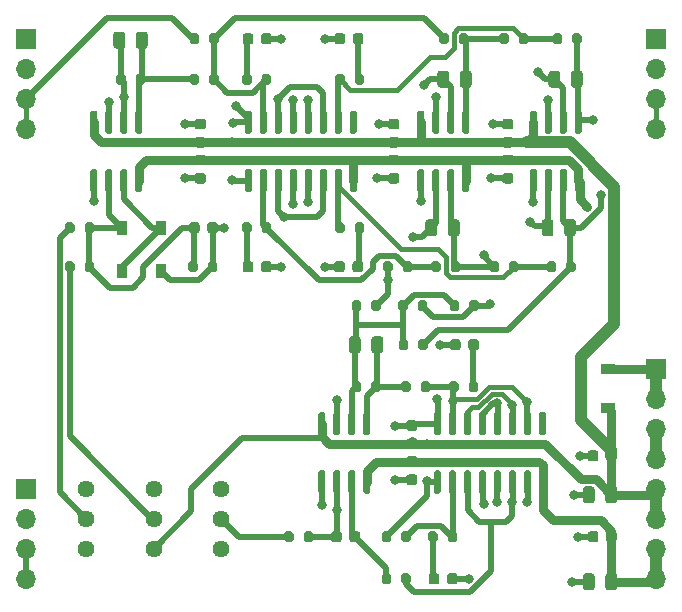
<source format=gtl>
G04 #@! TF.GenerationSoftware,KiCad,Pcbnew,5.1.10-88a1d61d58~90~ubuntu20.04.1*
G04 #@! TF.CreationDate,2021-09-06T13:30:35-04:00*
G04 #@! TF.ProjectId,four_pole_lpf,666f7572-5f70-46f6-9c65-5f6c70662e6b,0.1*
G04 #@! TF.SameCoordinates,Original*
G04 #@! TF.FileFunction,Copper,L1,Top*
G04 #@! TF.FilePolarity,Positive*
%FSLAX46Y46*%
G04 Gerber Fmt 4.6, Leading zero omitted, Abs format (unit mm)*
G04 Created by KiCad (PCBNEW 5.1.10-88a1d61d58~90~ubuntu20.04.1) date 2021-09-06 13:30:35*
%MOMM*%
%LPD*%
G01*
G04 APERTURE LIST*
G04 #@! TA.AperFunction,ComponentPad*
%ADD10C,1.440000*%
G04 #@! TD*
G04 #@! TA.AperFunction,SMDPad,CuDef*
%ADD11R,1.200000X0.900000*%
G04 #@! TD*
G04 #@! TA.AperFunction,SMDPad,CuDef*
%ADD12R,0.900000X1.200000*%
G04 #@! TD*
G04 #@! TA.AperFunction,ComponentPad*
%ADD13O,1.700000X1.700000*%
G04 #@! TD*
G04 #@! TA.AperFunction,ComponentPad*
%ADD14R,1.700000X1.700000*%
G04 #@! TD*
G04 #@! TA.AperFunction,ViaPad*
%ADD15C,0.800000*%
G04 #@! TD*
G04 #@! TA.AperFunction,Conductor*
%ADD16C,0.400000*%
G04 #@! TD*
G04 #@! TA.AperFunction,Conductor*
%ADD17C,0.750000*%
G04 #@! TD*
G04 #@! TA.AperFunction,Conductor*
%ADD18C,1.000000*%
G04 #@! TD*
G04 #@! TA.AperFunction,Conductor*
%ADD19C,0.500000*%
G04 #@! TD*
G04 APERTURE END LIST*
G04 #@! TA.AperFunction,SMDPad,CuDef*
G36*
G01*
X122659000Y-105132000D02*
X122959000Y-105132000D01*
G75*
G02*
X123109000Y-105282000I0J-150000D01*
G01*
X123109000Y-106932000D01*
G75*
G02*
X122959000Y-107082000I-150000J0D01*
G01*
X122659000Y-107082000D01*
G75*
G02*
X122509000Y-106932000I0J150000D01*
G01*
X122509000Y-105282000D01*
G75*
G02*
X122659000Y-105132000I150000J0D01*
G01*
G37*
G04 #@! TD.AperFunction*
G04 #@! TA.AperFunction,SMDPad,CuDef*
G36*
G01*
X121389000Y-105132000D02*
X121689000Y-105132000D01*
G75*
G02*
X121839000Y-105282000I0J-150000D01*
G01*
X121839000Y-106932000D01*
G75*
G02*
X121689000Y-107082000I-150000J0D01*
G01*
X121389000Y-107082000D01*
G75*
G02*
X121239000Y-106932000I0J150000D01*
G01*
X121239000Y-105282000D01*
G75*
G02*
X121389000Y-105132000I150000J0D01*
G01*
G37*
G04 #@! TD.AperFunction*
G04 #@! TA.AperFunction,SMDPad,CuDef*
G36*
G01*
X120119000Y-105132000D02*
X120419000Y-105132000D01*
G75*
G02*
X120569000Y-105282000I0J-150000D01*
G01*
X120569000Y-106932000D01*
G75*
G02*
X120419000Y-107082000I-150000J0D01*
G01*
X120119000Y-107082000D01*
G75*
G02*
X119969000Y-106932000I0J150000D01*
G01*
X119969000Y-105282000D01*
G75*
G02*
X120119000Y-105132000I150000J0D01*
G01*
G37*
G04 #@! TD.AperFunction*
G04 #@! TA.AperFunction,SMDPad,CuDef*
G36*
G01*
X118849000Y-105132000D02*
X119149000Y-105132000D01*
G75*
G02*
X119299000Y-105282000I0J-150000D01*
G01*
X119299000Y-106932000D01*
G75*
G02*
X119149000Y-107082000I-150000J0D01*
G01*
X118849000Y-107082000D01*
G75*
G02*
X118699000Y-106932000I0J150000D01*
G01*
X118699000Y-105282000D01*
G75*
G02*
X118849000Y-105132000I150000J0D01*
G01*
G37*
G04 #@! TD.AperFunction*
G04 #@! TA.AperFunction,SMDPad,CuDef*
G36*
G01*
X118849000Y-100182000D02*
X119149000Y-100182000D01*
G75*
G02*
X119299000Y-100332000I0J-150000D01*
G01*
X119299000Y-101982000D01*
G75*
G02*
X119149000Y-102132000I-150000J0D01*
G01*
X118849000Y-102132000D01*
G75*
G02*
X118699000Y-101982000I0J150000D01*
G01*
X118699000Y-100332000D01*
G75*
G02*
X118849000Y-100182000I150000J0D01*
G01*
G37*
G04 #@! TD.AperFunction*
G04 #@! TA.AperFunction,SMDPad,CuDef*
G36*
G01*
X120119000Y-100182000D02*
X120419000Y-100182000D01*
G75*
G02*
X120569000Y-100332000I0J-150000D01*
G01*
X120569000Y-101982000D01*
G75*
G02*
X120419000Y-102132000I-150000J0D01*
G01*
X120119000Y-102132000D01*
G75*
G02*
X119969000Y-101982000I0J150000D01*
G01*
X119969000Y-100332000D01*
G75*
G02*
X120119000Y-100182000I150000J0D01*
G01*
G37*
G04 #@! TD.AperFunction*
G04 #@! TA.AperFunction,SMDPad,CuDef*
G36*
G01*
X121389000Y-100182000D02*
X121689000Y-100182000D01*
G75*
G02*
X121839000Y-100332000I0J-150000D01*
G01*
X121839000Y-101982000D01*
G75*
G02*
X121689000Y-102132000I-150000J0D01*
G01*
X121389000Y-102132000D01*
G75*
G02*
X121239000Y-101982000I0J150000D01*
G01*
X121239000Y-100332000D01*
G75*
G02*
X121389000Y-100182000I150000J0D01*
G01*
G37*
G04 #@! TD.AperFunction*
G04 #@! TA.AperFunction,SMDPad,CuDef*
G36*
G01*
X122659000Y-100182000D02*
X122959000Y-100182000D01*
G75*
G02*
X123109000Y-100332000I0J-150000D01*
G01*
X123109000Y-101982000D01*
G75*
G02*
X122959000Y-102132000I-150000J0D01*
G01*
X122659000Y-102132000D01*
G75*
G02*
X122509000Y-101982000I0J150000D01*
G01*
X122509000Y-100332000D01*
G75*
G02*
X122659000Y-100182000I150000J0D01*
G01*
G37*
G04 #@! TD.AperFunction*
G04 #@! TA.AperFunction,SMDPad,CuDef*
G36*
G01*
X137518000Y-105132000D02*
X137818000Y-105132000D01*
G75*
G02*
X137968000Y-105282000I0J-150000D01*
G01*
X137968000Y-106932000D01*
G75*
G02*
X137818000Y-107082000I-150000J0D01*
G01*
X137518000Y-107082000D01*
G75*
G02*
X137368000Y-106932000I0J150000D01*
G01*
X137368000Y-105282000D01*
G75*
G02*
X137518000Y-105132000I150000J0D01*
G01*
G37*
G04 #@! TD.AperFunction*
G04 #@! TA.AperFunction,SMDPad,CuDef*
G36*
G01*
X136248000Y-105132000D02*
X136548000Y-105132000D01*
G75*
G02*
X136698000Y-105282000I0J-150000D01*
G01*
X136698000Y-106932000D01*
G75*
G02*
X136548000Y-107082000I-150000J0D01*
G01*
X136248000Y-107082000D01*
G75*
G02*
X136098000Y-106932000I0J150000D01*
G01*
X136098000Y-105282000D01*
G75*
G02*
X136248000Y-105132000I150000J0D01*
G01*
G37*
G04 #@! TD.AperFunction*
G04 #@! TA.AperFunction,SMDPad,CuDef*
G36*
G01*
X134978000Y-105132000D02*
X135278000Y-105132000D01*
G75*
G02*
X135428000Y-105282000I0J-150000D01*
G01*
X135428000Y-106932000D01*
G75*
G02*
X135278000Y-107082000I-150000J0D01*
G01*
X134978000Y-107082000D01*
G75*
G02*
X134828000Y-106932000I0J150000D01*
G01*
X134828000Y-105282000D01*
G75*
G02*
X134978000Y-105132000I150000J0D01*
G01*
G37*
G04 #@! TD.AperFunction*
G04 #@! TA.AperFunction,SMDPad,CuDef*
G36*
G01*
X133708000Y-105132000D02*
X134008000Y-105132000D01*
G75*
G02*
X134158000Y-105282000I0J-150000D01*
G01*
X134158000Y-106932000D01*
G75*
G02*
X134008000Y-107082000I-150000J0D01*
G01*
X133708000Y-107082000D01*
G75*
G02*
X133558000Y-106932000I0J150000D01*
G01*
X133558000Y-105282000D01*
G75*
G02*
X133708000Y-105132000I150000J0D01*
G01*
G37*
G04 #@! TD.AperFunction*
G04 #@! TA.AperFunction,SMDPad,CuDef*
G36*
G01*
X132438000Y-105132000D02*
X132738000Y-105132000D01*
G75*
G02*
X132888000Y-105282000I0J-150000D01*
G01*
X132888000Y-106932000D01*
G75*
G02*
X132738000Y-107082000I-150000J0D01*
G01*
X132438000Y-107082000D01*
G75*
G02*
X132288000Y-106932000I0J150000D01*
G01*
X132288000Y-105282000D01*
G75*
G02*
X132438000Y-105132000I150000J0D01*
G01*
G37*
G04 #@! TD.AperFunction*
G04 #@! TA.AperFunction,SMDPad,CuDef*
G36*
G01*
X131168000Y-105132000D02*
X131468000Y-105132000D01*
G75*
G02*
X131618000Y-105282000I0J-150000D01*
G01*
X131618000Y-106932000D01*
G75*
G02*
X131468000Y-107082000I-150000J0D01*
G01*
X131168000Y-107082000D01*
G75*
G02*
X131018000Y-106932000I0J150000D01*
G01*
X131018000Y-105282000D01*
G75*
G02*
X131168000Y-105132000I150000J0D01*
G01*
G37*
G04 #@! TD.AperFunction*
G04 #@! TA.AperFunction,SMDPad,CuDef*
G36*
G01*
X129898000Y-105132000D02*
X130198000Y-105132000D01*
G75*
G02*
X130348000Y-105282000I0J-150000D01*
G01*
X130348000Y-106932000D01*
G75*
G02*
X130198000Y-107082000I-150000J0D01*
G01*
X129898000Y-107082000D01*
G75*
G02*
X129748000Y-106932000I0J150000D01*
G01*
X129748000Y-105282000D01*
G75*
G02*
X129898000Y-105132000I150000J0D01*
G01*
G37*
G04 #@! TD.AperFunction*
G04 #@! TA.AperFunction,SMDPad,CuDef*
G36*
G01*
X128628000Y-105132000D02*
X128928000Y-105132000D01*
G75*
G02*
X129078000Y-105282000I0J-150000D01*
G01*
X129078000Y-106932000D01*
G75*
G02*
X128928000Y-107082000I-150000J0D01*
G01*
X128628000Y-107082000D01*
G75*
G02*
X128478000Y-106932000I0J150000D01*
G01*
X128478000Y-105282000D01*
G75*
G02*
X128628000Y-105132000I150000J0D01*
G01*
G37*
G04 #@! TD.AperFunction*
G04 #@! TA.AperFunction,SMDPad,CuDef*
G36*
G01*
X128628000Y-100182000D02*
X128928000Y-100182000D01*
G75*
G02*
X129078000Y-100332000I0J-150000D01*
G01*
X129078000Y-101982000D01*
G75*
G02*
X128928000Y-102132000I-150000J0D01*
G01*
X128628000Y-102132000D01*
G75*
G02*
X128478000Y-101982000I0J150000D01*
G01*
X128478000Y-100332000D01*
G75*
G02*
X128628000Y-100182000I150000J0D01*
G01*
G37*
G04 #@! TD.AperFunction*
G04 #@! TA.AperFunction,SMDPad,CuDef*
G36*
G01*
X129898000Y-100182000D02*
X130198000Y-100182000D01*
G75*
G02*
X130348000Y-100332000I0J-150000D01*
G01*
X130348000Y-101982000D01*
G75*
G02*
X130198000Y-102132000I-150000J0D01*
G01*
X129898000Y-102132000D01*
G75*
G02*
X129748000Y-101982000I0J150000D01*
G01*
X129748000Y-100332000D01*
G75*
G02*
X129898000Y-100182000I150000J0D01*
G01*
G37*
G04 #@! TD.AperFunction*
G04 #@! TA.AperFunction,SMDPad,CuDef*
G36*
G01*
X131168000Y-100182000D02*
X131468000Y-100182000D01*
G75*
G02*
X131618000Y-100332000I0J-150000D01*
G01*
X131618000Y-101982000D01*
G75*
G02*
X131468000Y-102132000I-150000J0D01*
G01*
X131168000Y-102132000D01*
G75*
G02*
X131018000Y-101982000I0J150000D01*
G01*
X131018000Y-100332000D01*
G75*
G02*
X131168000Y-100182000I150000J0D01*
G01*
G37*
G04 #@! TD.AperFunction*
G04 #@! TA.AperFunction,SMDPad,CuDef*
G36*
G01*
X132438000Y-100182000D02*
X132738000Y-100182000D01*
G75*
G02*
X132888000Y-100332000I0J-150000D01*
G01*
X132888000Y-101982000D01*
G75*
G02*
X132738000Y-102132000I-150000J0D01*
G01*
X132438000Y-102132000D01*
G75*
G02*
X132288000Y-101982000I0J150000D01*
G01*
X132288000Y-100332000D01*
G75*
G02*
X132438000Y-100182000I150000J0D01*
G01*
G37*
G04 #@! TD.AperFunction*
G04 #@! TA.AperFunction,SMDPad,CuDef*
G36*
G01*
X133708000Y-100182000D02*
X134008000Y-100182000D01*
G75*
G02*
X134158000Y-100332000I0J-150000D01*
G01*
X134158000Y-101982000D01*
G75*
G02*
X134008000Y-102132000I-150000J0D01*
G01*
X133708000Y-102132000D01*
G75*
G02*
X133558000Y-101982000I0J150000D01*
G01*
X133558000Y-100332000D01*
G75*
G02*
X133708000Y-100182000I150000J0D01*
G01*
G37*
G04 #@! TD.AperFunction*
G04 #@! TA.AperFunction,SMDPad,CuDef*
G36*
G01*
X134978000Y-100182000D02*
X135278000Y-100182000D01*
G75*
G02*
X135428000Y-100332000I0J-150000D01*
G01*
X135428000Y-101982000D01*
G75*
G02*
X135278000Y-102132000I-150000J0D01*
G01*
X134978000Y-102132000D01*
G75*
G02*
X134828000Y-101982000I0J150000D01*
G01*
X134828000Y-100332000D01*
G75*
G02*
X134978000Y-100182000I150000J0D01*
G01*
G37*
G04 #@! TD.AperFunction*
G04 #@! TA.AperFunction,SMDPad,CuDef*
G36*
G01*
X136248000Y-100182000D02*
X136548000Y-100182000D01*
G75*
G02*
X136698000Y-100332000I0J-150000D01*
G01*
X136698000Y-101982000D01*
G75*
G02*
X136548000Y-102132000I-150000J0D01*
G01*
X136248000Y-102132000D01*
G75*
G02*
X136098000Y-101982000I0J150000D01*
G01*
X136098000Y-100332000D01*
G75*
G02*
X136248000Y-100182000I150000J0D01*
G01*
G37*
G04 #@! TD.AperFunction*
G04 #@! TA.AperFunction,SMDPad,CuDef*
G36*
G01*
X137518000Y-100182000D02*
X137818000Y-100182000D01*
G75*
G02*
X137968000Y-100332000I0J-150000D01*
G01*
X137968000Y-101982000D01*
G75*
G02*
X137818000Y-102132000I-150000J0D01*
G01*
X137518000Y-102132000D01*
G75*
G02*
X137368000Y-101982000I0J150000D01*
G01*
X137368000Y-100332000D01*
G75*
G02*
X137518000Y-100182000I150000J0D01*
G01*
G37*
G04 #@! TD.AperFunction*
G04 #@! TA.AperFunction,SMDPad,CuDef*
G36*
G01*
X103355000Y-79605000D02*
X103655000Y-79605000D01*
G75*
G02*
X103805000Y-79755000I0J-150000D01*
G01*
X103805000Y-81405000D01*
G75*
G02*
X103655000Y-81555000I-150000J0D01*
G01*
X103355000Y-81555000D01*
G75*
G02*
X103205000Y-81405000I0J150000D01*
G01*
X103205000Y-79755000D01*
G75*
G02*
X103355000Y-79605000I150000J0D01*
G01*
G37*
G04 #@! TD.AperFunction*
G04 #@! TA.AperFunction,SMDPad,CuDef*
G36*
G01*
X102085000Y-79605000D02*
X102385000Y-79605000D01*
G75*
G02*
X102535000Y-79755000I0J-150000D01*
G01*
X102535000Y-81405000D01*
G75*
G02*
X102385000Y-81555000I-150000J0D01*
G01*
X102085000Y-81555000D01*
G75*
G02*
X101935000Y-81405000I0J150000D01*
G01*
X101935000Y-79755000D01*
G75*
G02*
X102085000Y-79605000I150000J0D01*
G01*
G37*
G04 #@! TD.AperFunction*
G04 #@! TA.AperFunction,SMDPad,CuDef*
G36*
G01*
X100815000Y-79605000D02*
X101115000Y-79605000D01*
G75*
G02*
X101265000Y-79755000I0J-150000D01*
G01*
X101265000Y-81405000D01*
G75*
G02*
X101115000Y-81555000I-150000J0D01*
G01*
X100815000Y-81555000D01*
G75*
G02*
X100665000Y-81405000I0J150000D01*
G01*
X100665000Y-79755000D01*
G75*
G02*
X100815000Y-79605000I150000J0D01*
G01*
G37*
G04 #@! TD.AperFunction*
G04 #@! TA.AperFunction,SMDPad,CuDef*
G36*
G01*
X99545000Y-79605000D02*
X99845000Y-79605000D01*
G75*
G02*
X99995000Y-79755000I0J-150000D01*
G01*
X99995000Y-81405000D01*
G75*
G02*
X99845000Y-81555000I-150000J0D01*
G01*
X99545000Y-81555000D01*
G75*
G02*
X99395000Y-81405000I0J150000D01*
G01*
X99395000Y-79755000D01*
G75*
G02*
X99545000Y-79605000I150000J0D01*
G01*
G37*
G04 #@! TD.AperFunction*
G04 #@! TA.AperFunction,SMDPad,CuDef*
G36*
G01*
X99545000Y-74655000D02*
X99845000Y-74655000D01*
G75*
G02*
X99995000Y-74805000I0J-150000D01*
G01*
X99995000Y-76455000D01*
G75*
G02*
X99845000Y-76605000I-150000J0D01*
G01*
X99545000Y-76605000D01*
G75*
G02*
X99395000Y-76455000I0J150000D01*
G01*
X99395000Y-74805000D01*
G75*
G02*
X99545000Y-74655000I150000J0D01*
G01*
G37*
G04 #@! TD.AperFunction*
G04 #@! TA.AperFunction,SMDPad,CuDef*
G36*
G01*
X100815000Y-74655000D02*
X101115000Y-74655000D01*
G75*
G02*
X101265000Y-74805000I0J-150000D01*
G01*
X101265000Y-76455000D01*
G75*
G02*
X101115000Y-76605000I-150000J0D01*
G01*
X100815000Y-76605000D01*
G75*
G02*
X100665000Y-76455000I0J150000D01*
G01*
X100665000Y-74805000D01*
G75*
G02*
X100815000Y-74655000I150000J0D01*
G01*
G37*
G04 #@! TD.AperFunction*
G04 #@! TA.AperFunction,SMDPad,CuDef*
G36*
G01*
X102085000Y-74655000D02*
X102385000Y-74655000D01*
G75*
G02*
X102535000Y-74805000I0J-150000D01*
G01*
X102535000Y-76455000D01*
G75*
G02*
X102385000Y-76605000I-150000J0D01*
G01*
X102085000Y-76605000D01*
G75*
G02*
X101935000Y-76455000I0J150000D01*
G01*
X101935000Y-74805000D01*
G75*
G02*
X102085000Y-74655000I150000J0D01*
G01*
G37*
G04 #@! TD.AperFunction*
G04 #@! TA.AperFunction,SMDPad,CuDef*
G36*
G01*
X103355000Y-74655000D02*
X103655000Y-74655000D01*
G75*
G02*
X103805000Y-74805000I0J-150000D01*
G01*
X103805000Y-76455000D01*
G75*
G02*
X103655000Y-76605000I-150000J0D01*
G01*
X103355000Y-76605000D01*
G75*
G02*
X103205000Y-76455000I0J150000D01*
G01*
X103205000Y-74805000D01*
G75*
G02*
X103355000Y-74655000I150000J0D01*
G01*
G37*
G04 #@! TD.AperFunction*
G04 #@! TA.AperFunction,SMDPad,CuDef*
G36*
G01*
X127108000Y-91461000D02*
X127108000Y-90911000D01*
G75*
G02*
X127308000Y-90711000I200000J0D01*
G01*
X127708000Y-90711000D01*
G75*
G02*
X127908000Y-90911000I0J-200000D01*
G01*
X127908000Y-91461000D01*
G75*
G02*
X127708000Y-91661000I-200000J0D01*
G01*
X127308000Y-91661000D01*
G75*
G02*
X127108000Y-91461000I0J200000D01*
G01*
G37*
G04 #@! TD.AperFunction*
G04 #@! TA.AperFunction,SMDPad,CuDef*
G36*
G01*
X125458000Y-91461000D02*
X125458000Y-90911000D01*
G75*
G02*
X125658000Y-90711000I200000J0D01*
G01*
X126058000Y-90711000D01*
G75*
G02*
X126258000Y-90911000I0J-200000D01*
G01*
X126258000Y-91461000D01*
G75*
G02*
X126058000Y-91661000I-200000J0D01*
G01*
X125658000Y-91661000D01*
G75*
G02*
X125458000Y-91461000I0J200000D01*
G01*
G37*
G04 #@! TD.AperFunction*
G04 #@! TA.AperFunction,SMDPad,CuDef*
G36*
G01*
X140566000Y-79605000D02*
X140866000Y-79605000D01*
G75*
G02*
X141016000Y-79755000I0J-150000D01*
G01*
X141016000Y-81405000D01*
G75*
G02*
X140866000Y-81555000I-150000J0D01*
G01*
X140566000Y-81555000D01*
G75*
G02*
X140416000Y-81405000I0J150000D01*
G01*
X140416000Y-79755000D01*
G75*
G02*
X140566000Y-79605000I150000J0D01*
G01*
G37*
G04 #@! TD.AperFunction*
G04 #@! TA.AperFunction,SMDPad,CuDef*
G36*
G01*
X139296000Y-79605000D02*
X139596000Y-79605000D01*
G75*
G02*
X139746000Y-79755000I0J-150000D01*
G01*
X139746000Y-81405000D01*
G75*
G02*
X139596000Y-81555000I-150000J0D01*
G01*
X139296000Y-81555000D01*
G75*
G02*
X139146000Y-81405000I0J150000D01*
G01*
X139146000Y-79755000D01*
G75*
G02*
X139296000Y-79605000I150000J0D01*
G01*
G37*
G04 #@! TD.AperFunction*
G04 #@! TA.AperFunction,SMDPad,CuDef*
G36*
G01*
X138026000Y-79605000D02*
X138326000Y-79605000D01*
G75*
G02*
X138476000Y-79755000I0J-150000D01*
G01*
X138476000Y-81405000D01*
G75*
G02*
X138326000Y-81555000I-150000J0D01*
G01*
X138026000Y-81555000D01*
G75*
G02*
X137876000Y-81405000I0J150000D01*
G01*
X137876000Y-79755000D01*
G75*
G02*
X138026000Y-79605000I150000J0D01*
G01*
G37*
G04 #@! TD.AperFunction*
G04 #@! TA.AperFunction,SMDPad,CuDef*
G36*
G01*
X136756000Y-79605000D02*
X137056000Y-79605000D01*
G75*
G02*
X137206000Y-79755000I0J-150000D01*
G01*
X137206000Y-81405000D01*
G75*
G02*
X137056000Y-81555000I-150000J0D01*
G01*
X136756000Y-81555000D01*
G75*
G02*
X136606000Y-81405000I0J150000D01*
G01*
X136606000Y-79755000D01*
G75*
G02*
X136756000Y-79605000I150000J0D01*
G01*
G37*
G04 #@! TD.AperFunction*
G04 #@! TA.AperFunction,SMDPad,CuDef*
G36*
G01*
X136756000Y-74655000D02*
X137056000Y-74655000D01*
G75*
G02*
X137206000Y-74805000I0J-150000D01*
G01*
X137206000Y-76455000D01*
G75*
G02*
X137056000Y-76605000I-150000J0D01*
G01*
X136756000Y-76605000D01*
G75*
G02*
X136606000Y-76455000I0J150000D01*
G01*
X136606000Y-74805000D01*
G75*
G02*
X136756000Y-74655000I150000J0D01*
G01*
G37*
G04 #@! TD.AperFunction*
G04 #@! TA.AperFunction,SMDPad,CuDef*
G36*
G01*
X138026000Y-74655000D02*
X138326000Y-74655000D01*
G75*
G02*
X138476000Y-74805000I0J-150000D01*
G01*
X138476000Y-76455000D01*
G75*
G02*
X138326000Y-76605000I-150000J0D01*
G01*
X138026000Y-76605000D01*
G75*
G02*
X137876000Y-76455000I0J150000D01*
G01*
X137876000Y-74805000D01*
G75*
G02*
X138026000Y-74655000I150000J0D01*
G01*
G37*
G04 #@! TD.AperFunction*
G04 #@! TA.AperFunction,SMDPad,CuDef*
G36*
G01*
X139296000Y-74655000D02*
X139596000Y-74655000D01*
G75*
G02*
X139746000Y-74805000I0J-150000D01*
G01*
X139746000Y-76455000D01*
G75*
G02*
X139596000Y-76605000I-150000J0D01*
G01*
X139296000Y-76605000D01*
G75*
G02*
X139146000Y-76455000I0J150000D01*
G01*
X139146000Y-74805000D01*
G75*
G02*
X139296000Y-74655000I150000J0D01*
G01*
G37*
G04 #@! TD.AperFunction*
G04 #@! TA.AperFunction,SMDPad,CuDef*
G36*
G01*
X140566000Y-74655000D02*
X140866000Y-74655000D01*
G75*
G02*
X141016000Y-74805000I0J-150000D01*
G01*
X141016000Y-76455000D01*
G75*
G02*
X140866000Y-76605000I-150000J0D01*
G01*
X140566000Y-76605000D01*
G75*
G02*
X140416000Y-76455000I0J150000D01*
G01*
X140416000Y-74805000D01*
G75*
G02*
X140566000Y-74655000I150000J0D01*
G01*
G37*
G04 #@! TD.AperFunction*
G04 #@! TA.AperFunction,SMDPad,CuDef*
G36*
G01*
X131041000Y-79605000D02*
X131341000Y-79605000D01*
G75*
G02*
X131491000Y-79755000I0J-150000D01*
G01*
X131491000Y-81405000D01*
G75*
G02*
X131341000Y-81555000I-150000J0D01*
G01*
X131041000Y-81555000D01*
G75*
G02*
X130891000Y-81405000I0J150000D01*
G01*
X130891000Y-79755000D01*
G75*
G02*
X131041000Y-79605000I150000J0D01*
G01*
G37*
G04 #@! TD.AperFunction*
G04 #@! TA.AperFunction,SMDPad,CuDef*
G36*
G01*
X129771000Y-79605000D02*
X130071000Y-79605000D01*
G75*
G02*
X130221000Y-79755000I0J-150000D01*
G01*
X130221000Y-81405000D01*
G75*
G02*
X130071000Y-81555000I-150000J0D01*
G01*
X129771000Y-81555000D01*
G75*
G02*
X129621000Y-81405000I0J150000D01*
G01*
X129621000Y-79755000D01*
G75*
G02*
X129771000Y-79605000I150000J0D01*
G01*
G37*
G04 #@! TD.AperFunction*
G04 #@! TA.AperFunction,SMDPad,CuDef*
G36*
G01*
X128501000Y-79605000D02*
X128801000Y-79605000D01*
G75*
G02*
X128951000Y-79755000I0J-150000D01*
G01*
X128951000Y-81405000D01*
G75*
G02*
X128801000Y-81555000I-150000J0D01*
G01*
X128501000Y-81555000D01*
G75*
G02*
X128351000Y-81405000I0J150000D01*
G01*
X128351000Y-79755000D01*
G75*
G02*
X128501000Y-79605000I150000J0D01*
G01*
G37*
G04 #@! TD.AperFunction*
G04 #@! TA.AperFunction,SMDPad,CuDef*
G36*
G01*
X127231000Y-79605000D02*
X127531000Y-79605000D01*
G75*
G02*
X127681000Y-79755000I0J-150000D01*
G01*
X127681000Y-81405000D01*
G75*
G02*
X127531000Y-81555000I-150000J0D01*
G01*
X127231000Y-81555000D01*
G75*
G02*
X127081000Y-81405000I0J150000D01*
G01*
X127081000Y-79755000D01*
G75*
G02*
X127231000Y-79605000I150000J0D01*
G01*
G37*
G04 #@! TD.AperFunction*
G04 #@! TA.AperFunction,SMDPad,CuDef*
G36*
G01*
X127231000Y-74655000D02*
X127531000Y-74655000D01*
G75*
G02*
X127681000Y-74805000I0J-150000D01*
G01*
X127681000Y-76455000D01*
G75*
G02*
X127531000Y-76605000I-150000J0D01*
G01*
X127231000Y-76605000D01*
G75*
G02*
X127081000Y-76455000I0J150000D01*
G01*
X127081000Y-74805000D01*
G75*
G02*
X127231000Y-74655000I150000J0D01*
G01*
G37*
G04 #@! TD.AperFunction*
G04 #@! TA.AperFunction,SMDPad,CuDef*
G36*
G01*
X128501000Y-74655000D02*
X128801000Y-74655000D01*
G75*
G02*
X128951000Y-74805000I0J-150000D01*
G01*
X128951000Y-76455000D01*
G75*
G02*
X128801000Y-76605000I-150000J0D01*
G01*
X128501000Y-76605000D01*
G75*
G02*
X128351000Y-76455000I0J150000D01*
G01*
X128351000Y-74805000D01*
G75*
G02*
X128501000Y-74655000I150000J0D01*
G01*
G37*
G04 #@! TD.AperFunction*
G04 #@! TA.AperFunction,SMDPad,CuDef*
G36*
G01*
X129771000Y-74655000D02*
X130071000Y-74655000D01*
G75*
G02*
X130221000Y-74805000I0J-150000D01*
G01*
X130221000Y-76455000D01*
G75*
G02*
X130071000Y-76605000I-150000J0D01*
G01*
X129771000Y-76605000D01*
G75*
G02*
X129621000Y-76455000I0J150000D01*
G01*
X129621000Y-74805000D01*
G75*
G02*
X129771000Y-74655000I150000J0D01*
G01*
G37*
G04 #@! TD.AperFunction*
G04 #@! TA.AperFunction,SMDPad,CuDef*
G36*
G01*
X131041000Y-74655000D02*
X131341000Y-74655000D01*
G75*
G02*
X131491000Y-74805000I0J-150000D01*
G01*
X131491000Y-76455000D01*
G75*
G02*
X131341000Y-76605000I-150000J0D01*
G01*
X131041000Y-76605000D01*
G75*
G02*
X130891000Y-76455000I0J150000D01*
G01*
X130891000Y-74805000D01*
G75*
G02*
X131041000Y-74655000I150000J0D01*
G01*
G37*
G04 #@! TD.AperFunction*
G04 #@! TA.AperFunction,SMDPad,CuDef*
G36*
G01*
X121516000Y-79605000D02*
X121816000Y-79605000D01*
G75*
G02*
X121966000Y-79755000I0J-150000D01*
G01*
X121966000Y-81405000D01*
G75*
G02*
X121816000Y-81555000I-150000J0D01*
G01*
X121516000Y-81555000D01*
G75*
G02*
X121366000Y-81405000I0J150000D01*
G01*
X121366000Y-79755000D01*
G75*
G02*
X121516000Y-79605000I150000J0D01*
G01*
G37*
G04 #@! TD.AperFunction*
G04 #@! TA.AperFunction,SMDPad,CuDef*
G36*
G01*
X120246000Y-79605000D02*
X120546000Y-79605000D01*
G75*
G02*
X120696000Y-79755000I0J-150000D01*
G01*
X120696000Y-81405000D01*
G75*
G02*
X120546000Y-81555000I-150000J0D01*
G01*
X120246000Y-81555000D01*
G75*
G02*
X120096000Y-81405000I0J150000D01*
G01*
X120096000Y-79755000D01*
G75*
G02*
X120246000Y-79605000I150000J0D01*
G01*
G37*
G04 #@! TD.AperFunction*
G04 #@! TA.AperFunction,SMDPad,CuDef*
G36*
G01*
X118976000Y-79605000D02*
X119276000Y-79605000D01*
G75*
G02*
X119426000Y-79755000I0J-150000D01*
G01*
X119426000Y-81405000D01*
G75*
G02*
X119276000Y-81555000I-150000J0D01*
G01*
X118976000Y-81555000D01*
G75*
G02*
X118826000Y-81405000I0J150000D01*
G01*
X118826000Y-79755000D01*
G75*
G02*
X118976000Y-79605000I150000J0D01*
G01*
G37*
G04 #@! TD.AperFunction*
G04 #@! TA.AperFunction,SMDPad,CuDef*
G36*
G01*
X117706000Y-79605000D02*
X118006000Y-79605000D01*
G75*
G02*
X118156000Y-79755000I0J-150000D01*
G01*
X118156000Y-81405000D01*
G75*
G02*
X118006000Y-81555000I-150000J0D01*
G01*
X117706000Y-81555000D01*
G75*
G02*
X117556000Y-81405000I0J150000D01*
G01*
X117556000Y-79755000D01*
G75*
G02*
X117706000Y-79605000I150000J0D01*
G01*
G37*
G04 #@! TD.AperFunction*
G04 #@! TA.AperFunction,SMDPad,CuDef*
G36*
G01*
X116436000Y-79605000D02*
X116736000Y-79605000D01*
G75*
G02*
X116886000Y-79755000I0J-150000D01*
G01*
X116886000Y-81405000D01*
G75*
G02*
X116736000Y-81555000I-150000J0D01*
G01*
X116436000Y-81555000D01*
G75*
G02*
X116286000Y-81405000I0J150000D01*
G01*
X116286000Y-79755000D01*
G75*
G02*
X116436000Y-79605000I150000J0D01*
G01*
G37*
G04 #@! TD.AperFunction*
G04 #@! TA.AperFunction,SMDPad,CuDef*
G36*
G01*
X115166000Y-79605000D02*
X115466000Y-79605000D01*
G75*
G02*
X115616000Y-79755000I0J-150000D01*
G01*
X115616000Y-81405000D01*
G75*
G02*
X115466000Y-81555000I-150000J0D01*
G01*
X115166000Y-81555000D01*
G75*
G02*
X115016000Y-81405000I0J150000D01*
G01*
X115016000Y-79755000D01*
G75*
G02*
X115166000Y-79605000I150000J0D01*
G01*
G37*
G04 #@! TD.AperFunction*
G04 #@! TA.AperFunction,SMDPad,CuDef*
G36*
G01*
X113896000Y-79605000D02*
X114196000Y-79605000D01*
G75*
G02*
X114346000Y-79755000I0J-150000D01*
G01*
X114346000Y-81405000D01*
G75*
G02*
X114196000Y-81555000I-150000J0D01*
G01*
X113896000Y-81555000D01*
G75*
G02*
X113746000Y-81405000I0J150000D01*
G01*
X113746000Y-79755000D01*
G75*
G02*
X113896000Y-79605000I150000J0D01*
G01*
G37*
G04 #@! TD.AperFunction*
G04 #@! TA.AperFunction,SMDPad,CuDef*
G36*
G01*
X112626000Y-79605000D02*
X112926000Y-79605000D01*
G75*
G02*
X113076000Y-79755000I0J-150000D01*
G01*
X113076000Y-81405000D01*
G75*
G02*
X112926000Y-81555000I-150000J0D01*
G01*
X112626000Y-81555000D01*
G75*
G02*
X112476000Y-81405000I0J150000D01*
G01*
X112476000Y-79755000D01*
G75*
G02*
X112626000Y-79605000I150000J0D01*
G01*
G37*
G04 #@! TD.AperFunction*
G04 #@! TA.AperFunction,SMDPad,CuDef*
G36*
G01*
X112626000Y-74655000D02*
X112926000Y-74655000D01*
G75*
G02*
X113076000Y-74805000I0J-150000D01*
G01*
X113076000Y-76455000D01*
G75*
G02*
X112926000Y-76605000I-150000J0D01*
G01*
X112626000Y-76605000D01*
G75*
G02*
X112476000Y-76455000I0J150000D01*
G01*
X112476000Y-74805000D01*
G75*
G02*
X112626000Y-74655000I150000J0D01*
G01*
G37*
G04 #@! TD.AperFunction*
G04 #@! TA.AperFunction,SMDPad,CuDef*
G36*
G01*
X113896000Y-74655000D02*
X114196000Y-74655000D01*
G75*
G02*
X114346000Y-74805000I0J-150000D01*
G01*
X114346000Y-76455000D01*
G75*
G02*
X114196000Y-76605000I-150000J0D01*
G01*
X113896000Y-76605000D01*
G75*
G02*
X113746000Y-76455000I0J150000D01*
G01*
X113746000Y-74805000D01*
G75*
G02*
X113896000Y-74655000I150000J0D01*
G01*
G37*
G04 #@! TD.AperFunction*
G04 #@! TA.AperFunction,SMDPad,CuDef*
G36*
G01*
X115166000Y-74655000D02*
X115466000Y-74655000D01*
G75*
G02*
X115616000Y-74805000I0J-150000D01*
G01*
X115616000Y-76455000D01*
G75*
G02*
X115466000Y-76605000I-150000J0D01*
G01*
X115166000Y-76605000D01*
G75*
G02*
X115016000Y-76455000I0J150000D01*
G01*
X115016000Y-74805000D01*
G75*
G02*
X115166000Y-74655000I150000J0D01*
G01*
G37*
G04 #@! TD.AperFunction*
G04 #@! TA.AperFunction,SMDPad,CuDef*
G36*
G01*
X116436000Y-74655000D02*
X116736000Y-74655000D01*
G75*
G02*
X116886000Y-74805000I0J-150000D01*
G01*
X116886000Y-76455000D01*
G75*
G02*
X116736000Y-76605000I-150000J0D01*
G01*
X116436000Y-76605000D01*
G75*
G02*
X116286000Y-76455000I0J150000D01*
G01*
X116286000Y-74805000D01*
G75*
G02*
X116436000Y-74655000I150000J0D01*
G01*
G37*
G04 #@! TD.AperFunction*
G04 #@! TA.AperFunction,SMDPad,CuDef*
G36*
G01*
X117706000Y-74655000D02*
X118006000Y-74655000D01*
G75*
G02*
X118156000Y-74805000I0J-150000D01*
G01*
X118156000Y-76455000D01*
G75*
G02*
X118006000Y-76605000I-150000J0D01*
G01*
X117706000Y-76605000D01*
G75*
G02*
X117556000Y-76455000I0J150000D01*
G01*
X117556000Y-74805000D01*
G75*
G02*
X117706000Y-74655000I150000J0D01*
G01*
G37*
G04 #@! TD.AperFunction*
G04 #@! TA.AperFunction,SMDPad,CuDef*
G36*
G01*
X118976000Y-74655000D02*
X119276000Y-74655000D01*
G75*
G02*
X119426000Y-74805000I0J-150000D01*
G01*
X119426000Y-76455000D01*
G75*
G02*
X119276000Y-76605000I-150000J0D01*
G01*
X118976000Y-76605000D01*
G75*
G02*
X118826000Y-76455000I0J150000D01*
G01*
X118826000Y-74805000D01*
G75*
G02*
X118976000Y-74655000I150000J0D01*
G01*
G37*
G04 #@! TD.AperFunction*
G04 #@! TA.AperFunction,SMDPad,CuDef*
G36*
G01*
X120246000Y-74655000D02*
X120546000Y-74655000D01*
G75*
G02*
X120696000Y-74805000I0J-150000D01*
G01*
X120696000Y-76455000D01*
G75*
G02*
X120546000Y-76605000I-150000J0D01*
G01*
X120246000Y-76605000D01*
G75*
G02*
X120096000Y-76455000I0J150000D01*
G01*
X120096000Y-74805000D01*
G75*
G02*
X120246000Y-74655000I150000J0D01*
G01*
G37*
G04 #@! TD.AperFunction*
G04 #@! TA.AperFunction,SMDPad,CuDef*
G36*
G01*
X121516000Y-74655000D02*
X121816000Y-74655000D01*
G75*
G02*
X121966000Y-74805000I0J-150000D01*
G01*
X121966000Y-76455000D01*
G75*
G02*
X121816000Y-76605000I-150000J0D01*
G01*
X121516000Y-76605000D01*
G75*
G02*
X121366000Y-76455000I0J150000D01*
G01*
X121366000Y-74805000D01*
G75*
G02*
X121516000Y-74655000I150000J0D01*
G01*
G37*
G04 #@! TD.AperFunction*
D10*
X110490000Y-106680000D03*
X110490000Y-109220000D03*
X110490000Y-111760000D03*
X104775000Y-106680000D03*
X104775000Y-109220000D03*
X104775000Y-111760000D03*
X99060000Y-106680000D03*
X99060000Y-109220000D03*
X99060000Y-111760000D03*
G04 #@! TA.AperFunction,SMDPad,CuDef*
G36*
G01*
X126321000Y-94213000D02*
X126321000Y-94763000D01*
G75*
G02*
X126121000Y-94963000I-200000J0D01*
G01*
X125721000Y-94963000D01*
G75*
G02*
X125521000Y-94763000I0J200000D01*
G01*
X125521000Y-94213000D01*
G75*
G02*
X125721000Y-94013000I200000J0D01*
G01*
X126121000Y-94013000D01*
G75*
G02*
X126321000Y-94213000I0J-200000D01*
G01*
G37*
G04 #@! TD.AperFunction*
G04 #@! TA.AperFunction,SMDPad,CuDef*
G36*
G01*
X127971000Y-94213000D02*
X127971000Y-94763000D01*
G75*
G02*
X127771000Y-94963000I-200000J0D01*
G01*
X127371000Y-94963000D01*
G75*
G02*
X127171000Y-94763000I0J200000D01*
G01*
X127171000Y-94213000D01*
G75*
G02*
X127371000Y-94013000I200000J0D01*
G01*
X127771000Y-94013000D01*
G75*
G02*
X127971000Y-94213000I0J-200000D01*
G01*
G37*
G04 #@! TD.AperFunction*
G04 #@! TA.AperFunction,SMDPad,CuDef*
G36*
G01*
X131489000Y-91461000D02*
X131489000Y-90911000D01*
G75*
G02*
X131689000Y-90711000I200000J0D01*
G01*
X132089000Y-90711000D01*
G75*
G02*
X132289000Y-90911000I0J-200000D01*
G01*
X132289000Y-91461000D01*
G75*
G02*
X132089000Y-91661000I-200000J0D01*
G01*
X131689000Y-91661000D01*
G75*
G02*
X131489000Y-91461000I0J200000D01*
G01*
G37*
G04 #@! TD.AperFunction*
G04 #@! TA.AperFunction,SMDPad,CuDef*
G36*
G01*
X129839000Y-91461000D02*
X129839000Y-90911000D01*
G75*
G02*
X130039000Y-90711000I200000J0D01*
G01*
X130439000Y-90711000D01*
G75*
G02*
X130639000Y-90911000I0J-200000D01*
G01*
X130639000Y-91461000D01*
G75*
G02*
X130439000Y-91661000I-200000J0D01*
G01*
X130039000Y-91661000D01*
G75*
G02*
X129839000Y-91461000I0J200000D01*
G01*
G37*
G04 #@! TD.AperFunction*
G04 #@! TA.AperFunction,SMDPad,CuDef*
G36*
G01*
X123170000Y-91461000D02*
X123170000Y-90911000D01*
G75*
G02*
X123370000Y-90711000I200000J0D01*
G01*
X123770000Y-90711000D01*
G75*
G02*
X123970000Y-90911000I0J-200000D01*
G01*
X123970000Y-91461000D01*
G75*
G02*
X123770000Y-91661000I-200000J0D01*
G01*
X123370000Y-91661000D01*
G75*
G02*
X123170000Y-91461000I0J200000D01*
G01*
G37*
G04 #@! TD.AperFunction*
G04 #@! TA.AperFunction,SMDPad,CuDef*
G36*
G01*
X121520000Y-91461000D02*
X121520000Y-90911000D01*
G75*
G02*
X121720000Y-90711000I200000J0D01*
G01*
X122120000Y-90711000D01*
G75*
G02*
X122320000Y-90911000I0J-200000D01*
G01*
X122320000Y-91461000D01*
G75*
G02*
X122120000Y-91661000I-200000J0D01*
G01*
X121720000Y-91661000D01*
G75*
G02*
X121520000Y-91461000I0J200000D01*
G01*
G37*
G04 #@! TD.AperFunction*
G04 #@! TA.AperFunction,SMDPad,CuDef*
G36*
G01*
X122320000Y-97769000D02*
X122320000Y-98319000D01*
G75*
G02*
X122120000Y-98519000I-200000J0D01*
G01*
X121720000Y-98519000D01*
G75*
G02*
X121520000Y-98319000I0J200000D01*
G01*
X121520000Y-97769000D01*
G75*
G02*
X121720000Y-97569000I200000J0D01*
G01*
X122120000Y-97569000D01*
G75*
G02*
X122320000Y-97769000I0J-200000D01*
G01*
G37*
G04 #@! TD.AperFunction*
G04 #@! TA.AperFunction,SMDPad,CuDef*
G36*
G01*
X123970000Y-97769000D02*
X123970000Y-98319000D01*
G75*
G02*
X123770000Y-98519000I-200000J0D01*
G01*
X123370000Y-98519000D01*
G75*
G02*
X123170000Y-98319000I0J200000D01*
G01*
X123170000Y-97769000D01*
G75*
G02*
X123370000Y-97569000I200000J0D01*
G01*
X123770000Y-97569000D01*
G75*
G02*
X123970000Y-97769000I0J-200000D01*
G01*
G37*
G04 #@! TD.AperFunction*
G04 #@! TA.AperFunction,SMDPad,CuDef*
G36*
G01*
X117456000Y-111019000D02*
X117456000Y-110469000D01*
G75*
G02*
X117656000Y-110269000I200000J0D01*
G01*
X118056000Y-110269000D01*
G75*
G02*
X118256000Y-110469000I0J-200000D01*
G01*
X118256000Y-111019000D01*
G75*
G02*
X118056000Y-111219000I-200000J0D01*
G01*
X117656000Y-111219000D01*
G75*
G02*
X117456000Y-111019000I0J200000D01*
G01*
G37*
G04 #@! TD.AperFunction*
G04 #@! TA.AperFunction,SMDPad,CuDef*
G36*
G01*
X115806000Y-111019000D02*
X115806000Y-110469000D01*
G75*
G02*
X116006000Y-110269000I200000J0D01*
G01*
X116406000Y-110269000D01*
G75*
G02*
X116606000Y-110469000I0J-200000D01*
G01*
X116606000Y-111019000D01*
G75*
G02*
X116406000Y-111219000I-200000J0D01*
G01*
X116006000Y-111219000D01*
G75*
G02*
X115806000Y-111019000I0J200000D01*
G01*
G37*
G04 #@! TD.AperFunction*
G04 #@! TA.AperFunction,SMDPad,CuDef*
G36*
G01*
X127362000Y-98319000D02*
X127362000Y-97769000D01*
G75*
G02*
X127562000Y-97569000I200000J0D01*
G01*
X127962000Y-97569000D01*
G75*
G02*
X128162000Y-97769000I0J-200000D01*
G01*
X128162000Y-98319000D01*
G75*
G02*
X127962000Y-98519000I-200000J0D01*
G01*
X127562000Y-98519000D01*
G75*
G02*
X127362000Y-98319000I0J200000D01*
G01*
G37*
G04 #@! TD.AperFunction*
G04 #@! TA.AperFunction,SMDPad,CuDef*
G36*
G01*
X125712000Y-98319000D02*
X125712000Y-97769000D01*
G75*
G02*
X125912000Y-97569000I200000J0D01*
G01*
X126312000Y-97569000D01*
G75*
G02*
X126512000Y-97769000I0J-200000D01*
G01*
X126512000Y-98319000D01*
G75*
G02*
X126312000Y-98519000I-200000J0D01*
G01*
X125912000Y-98519000D01*
G75*
G02*
X125712000Y-98319000I0J200000D01*
G01*
G37*
G04 #@! TD.AperFunction*
G04 #@! TA.AperFunction,SMDPad,CuDef*
G36*
G01*
X130576000Y-97769000D02*
X130576000Y-98319000D01*
G75*
G02*
X130376000Y-98519000I-200000J0D01*
G01*
X129976000Y-98519000D01*
G75*
G02*
X129776000Y-98319000I0J200000D01*
G01*
X129776000Y-97769000D01*
G75*
G02*
X129976000Y-97569000I200000J0D01*
G01*
X130376000Y-97569000D01*
G75*
G02*
X130576000Y-97769000I0J-200000D01*
G01*
G37*
G04 #@! TD.AperFunction*
G04 #@! TA.AperFunction,SMDPad,CuDef*
G36*
G01*
X132226000Y-97769000D02*
X132226000Y-98319000D01*
G75*
G02*
X132026000Y-98519000I-200000J0D01*
G01*
X131626000Y-98519000D01*
G75*
G02*
X131426000Y-98319000I0J200000D01*
G01*
X131426000Y-97769000D01*
G75*
G02*
X131626000Y-97569000I200000J0D01*
G01*
X132026000Y-97569000D01*
G75*
G02*
X132226000Y-97769000I0J-200000D01*
G01*
G37*
G04 #@! TD.AperFunction*
G04 #@! TA.AperFunction,SMDPad,CuDef*
G36*
G01*
X125710000Y-114575000D02*
X125710000Y-114025000D01*
G75*
G02*
X125910000Y-113825000I200000J0D01*
G01*
X126310000Y-113825000D01*
G75*
G02*
X126510000Y-114025000I0J-200000D01*
G01*
X126510000Y-114575000D01*
G75*
G02*
X126310000Y-114775000I-200000J0D01*
G01*
X125910000Y-114775000D01*
G75*
G02*
X125710000Y-114575000I0J200000D01*
G01*
G37*
G04 #@! TD.AperFunction*
G04 #@! TA.AperFunction,SMDPad,CuDef*
G36*
G01*
X124060000Y-114575000D02*
X124060000Y-114025000D01*
G75*
G02*
X124260000Y-113825000I200000J0D01*
G01*
X124660000Y-113825000D01*
G75*
G02*
X124860000Y-114025000I0J-200000D01*
G01*
X124860000Y-114575000D01*
G75*
G02*
X124660000Y-114775000I-200000J0D01*
G01*
X124260000Y-114775000D01*
G75*
G02*
X124060000Y-114575000I0J200000D01*
G01*
G37*
G04 #@! TD.AperFunction*
G04 #@! TA.AperFunction,SMDPad,CuDef*
G36*
G01*
X129648000Y-111019000D02*
X129648000Y-110469000D01*
G75*
G02*
X129848000Y-110269000I200000J0D01*
G01*
X130248000Y-110269000D01*
G75*
G02*
X130448000Y-110469000I0J-200000D01*
G01*
X130448000Y-111019000D01*
G75*
G02*
X130248000Y-111219000I-200000J0D01*
G01*
X129848000Y-111219000D01*
G75*
G02*
X129648000Y-111019000I0J200000D01*
G01*
G37*
G04 #@! TD.AperFunction*
G04 #@! TA.AperFunction,SMDPad,CuDef*
G36*
G01*
X127998000Y-111019000D02*
X127998000Y-110469000D01*
G75*
G02*
X128198000Y-110269000I200000J0D01*
G01*
X128598000Y-110269000D01*
G75*
G02*
X128798000Y-110469000I0J-200000D01*
G01*
X128798000Y-111019000D01*
G75*
G02*
X128598000Y-111219000I-200000J0D01*
G01*
X128198000Y-111219000D01*
G75*
G02*
X127998000Y-111019000I0J200000D01*
G01*
G37*
G04 #@! TD.AperFunction*
G04 #@! TA.AperFunction,SMDPad,CuDef*
G36*
G01*
X124860000Y-110469000D02*
X124860000Y-111019000D01*
G75*
G02*
X124660000Y-111219000I-200000J0D01*
G01*
X124260000Y-111219000D01*
G75*
G02*
X124060000Y-111019000I0J200000D01*
G01*
X124060000Y-110469000D01*
G75*
G02*
X124260000Y-110269000I200000J0D01*
G01*
X124660000Y-110269000D01*
G75*
G02*
X124860000Y-110469000I0J-200000D01*
G01*
G37*
G04 #@! TD.AperFunction*
G04 #@! TA.AperFunction,SMDPad,CuDef*
G36*
G01*
X126510000Y-110469000D02*
X126510000Y-111019000D01*
G75*
G02*
X126310000Y-111219000I-200000J0D01*
G01*
X125910000Y-111219000D01*
G75*
G02*
X125710000Y-111019000I0J200000D01*
G01*
X125710000Y-110469000D01*
G75*
G02*
X125910000Y-110269000I200000J0D01*
G01*
X126310000Y-110269000D01*
G75*
G02*
X126510000Y-110469000I0J-200000D01*
G01*
G37*
G04 #@! TD.AperFunction*
G04 #@! TA.AperFunction,SMDPad,CuDef*
G36*
G01*
X102382000Y-71734000D02*
X102382000Y-72284000D01*
G75*
G02*
X102182000Y-72484000I-200000J0D01*
G01*
X101782000Y-72484000D01*
G75*
G02*
X101582000Y-72284000I0J200000D01*
G01*
X101582000Y-71734000D01*
G75*
G02*
X101782000Y-71534000I200000J0D01*
G01*
X102182000Y-71534000D01*
G75*
G02*
X102382000Y-71734000I0J-200000D01*
G01*
G37*
G04 #@! TD.AperFunction*
G04 #@! TA.AperFunction,SMDPad,CuDef*
G36*
G01*
X104032000Y-71734000D02*
X104032000Y-72284000D01*
G75*
G02*
X103832000Y-72484000I-200000J0D01*
G01*
X103432000Y-72484000D01*
G75*
G02*
X103232000Y-72284000I0J200000D01*
G01*
X103232000Y-71734000D01*
G75*
G02*
X103432000Y-71534000I200000J0D01*
G01*
X103832000Y-71534000D01*
G75*
G02*
X104032000Y-71734000I0J-200000D01*
G01*
G37*
G04 #@! TD.AperFunction*
G04 #@! TA.AperFunction,SMDPad,CuDef*
G36*
G01*
X108478000Y-87609000D02*
X108478000Y-88159000D01*
G75*
G02*
X108278000Y-88359000I-200000J0D01*
G01*
X107878000Y-88359000D01*
G75*
G02*
X107678000Y-88159000I0J200000D01*
G01*
X107678000Y-87609000D01*
G75*
G02*
X107878000Y-87409000I200000J0D01*
G01*
X108278000Y-87409000D01*
G75*
G02*
X108478000Y-87609000I0J-200000D01*
G01*
G37*
G04 #@! TD.AperFunction*
G04 #@! TA.AperFunction,SMDPad,CuDef*
G36*
G01*
X110128000Y-87609000D02*
X110128000Y-88159000D01*
G75*
G02*
X109928000Y-88359000I-200000J0D01*
G01*
X109528000Y-88359000D01*
G75*
G02*
X109328000Y-88159000I0J200000D01*
G01*
X109328000Y-87609000D01*
G75*
G02*
X109528000Y-87409000I200000J0D01*
G01*
X109928000Y-87409000D01*
G75*
G02*
X110128000Y-87609000I0J-200000D01*
G01*
G37*
G04 #@! TD.AperFunction*
G04 #@! TA.AperFunction,SMDPad,CuDef*
G36*
G01*
X98064000Y-87609000D02*
X98064000Y-88159000D01*
G75*
G02*
X97864000Y-88359000I-200000J0D01*
G01*
X97464000Y-88359000D01*
G75*
G02*
X97264000Y-88159000I0J200000D01*
G01*
X97264000Y-87609000D01*
G75*
G02*
X97464000Y-87409000I200000J0D01*
G01*
X97864000Y-87409000D01*
G75*
G02*
X98064000Y-87609000I0J-200000D01*
G01*
G37*
G04 #@! TD.AperFunction*
G04 #@! TA.AperFunction,SMDPad,CuDef*
G36*
G01*
X99714000Y-87609000D02*
X99714000Y-88159000D01*
G75*
G02*
X99514000Y-88359000I-200000J0D01*
G01*
X99114000Y-88359000D01*
G75*
G02*
X98914000Y-88159000I0J200000D01*
G01*
X98914000Y-87609000D01*
G75*
G02*
X99114000Y-87409000I200000J0D01*
G01*
X99514000Y-87409000D01*
G75*
G02*
X99714000Y-87609000I0J-200000D01*
G01*
G37*
G04 #@! TD.AperFunction*
G04 #@! TA.AperFunction,SMDPad,CuDef*
G36*
G01*
X98064000Y-84307000D02*
X98064000Y-84857000D01*
G75*
G02*
X97864000Y-85057000I-200000J0D01*
G01*
X97464000Y-85057000D01*
G75*
G02*
X97264000Y-84857000I0J200000D01*
G01*
X97264000Y-84307000D01*
G75*
G02*
X97464000Y-84107000I200000J0D01*
G01*
X97864000Y-84107000D01*
G75*
G02*
X98064000Y-84307000I0J-200000D01*
G01*
G37*
G04 #@! TD.AperFunction*
G04 #@! TA.AperFunction,SMDPad,CuDef*
G36*
G01*
X99714000Y-84307000D02*
X99714000Y-84857000D01*
G75*
G02*
X99514000Y-85057000I-200000J0D01*
G01*
X99114000Y-85057000D01*
G75*
G02*
X98914000Y-84857000I0J200000D01*
G01*
X98914000Y-84307000D01*
G75*
G02*
X99114000Y-84107000I200000J0D01*
G01*
X99514000Y-84107000D01*
G75*
G02*
X99714000Y-84307000I0J-200000D01*
G01*
G37*
G04 #@! TD.AperFunction*
G04 #@! TA.AperFunction,SMDPad,CuDef*
G36*
G01*
X138830000Y-87609000D02*
X138830000Y-88159000D01*
G75*
G02*
X138630000Y-88359000I-200000J0D01*
G01*
X138230000Y-88359000D01*
G75*
G02*
X138030000Y-88159000I0J200000D01*
G01*
X138030000Y-87609000D01*
G75*
G02*
X138230000Y-87409000I200000J0D01*
G01*
X138630000Y-87409000D01*
G75*
G02*
X138830000Y-87609000I0J-200000D01*
G01*
G37*
G04 #@! TD.AperFunction*
G04 #@! TA.AperFunction,SMDPad,CuDef*
G36*
G01*
X140480000Y-87609000D02*
X140480000Y-88159000D01*
G75*
G02*
X140280000Y-88359000I-200000J0D01*
G01*
X139880000Y-88359000D01*
G75*
G02*
X139680000Y-88159000I0J200000D01*
G01*
X139680000Y-87609000D01*
G75*
G02*
X139880000Y-87409000I200000J0D01*
G01*
X140280000Y-87409000D01*
G75*
G02*
X140480000Y-87609000I0J-200000D01*
G01*
G37*
G04 #@! TD.AperFunction*
G04 #@! TA.AperFunction,SMDPad,CuDef*
G36*
G01*
X120923000Y-84307000D02*
X120923000Y-84857000D01*
G75*
G02*
X120723000Y-85057000I-200000J0D01*
G01*
X120323000Y-85057000D01*
G75*
G02*
X120123000Y-84857000I0J200000D01*
G01*
X120123000Y-84307000D01*
G75*
G02*
X120323000Y-84107000I200000J0D01*
G01*
X120723000Y-84107000D01*
G75*
G02*
X120923000Y-84307000I0J-200000D01*
G01*
G37*
G04 #@! TD.AperFunction*
G04 #@! TA.AperFunction,SMDPad,CuDef*
G36*
G01*
X122573000Y-84307000D02*
X122573000Y-84857000D01*
G75*
G02*
X122373000Y-85057000I-200000J0D01*
G01*
X121973000Y-85057000D01*
G75*
G02*
X121773000Y-84857000I0J200000D01*
G01*
X121773000Y-84307000D01*
G75*
G02*
X121973000Y-84107000I200000J0D01*
G01*
X122373000Y-84107000D01*
G75*
G02*
X122573000Y-84307000I0J-200000D01*
G01*
G37*
G04 #@! TD.AperFunction*
G04 #@! TA.AperFunction,SMDPad,CuDef*
G36*
G01*
X134005000Y-87609000D02*
X134005000Y-88159000D01*
G75*
G02*
X133805000Y-88359000I-200000J0D01*
G01*
X133405000Y-88359000D01*
G75*
G02*
X133205000Y-88159000I0J200000D01*
G01*
X133205000Y-87609000D01*
G75*
G02*
X133405000Y-87409000I200000J0D01*
G01*
X133805000Y-87409000D01*
G75*
G02*
X134005000Y-87609000I0J-200000D01*
G01*
G37*
G04 #@! TD.AperFunction*
G04 #@! TA.AperFunction,SMDPad,CuDef*
G36*
G01*
X135655000Y-87609000D02*
X135655000Y-88159000D01*
G75*
G02*
X135455000Y-88359000I-200000J0D01*
G01*
X135055000Y-88359000D01*
G75*
G02*
X134855000Y-88159000I0J200000D01*
G01*
X134855000Y-87609000D01*
G75*
G02*
X135055000Y-87409000I200000J0D01*
G01*
X135455000Y-87409000D01*
G75*
G02*
X135655000Y-87609000I0J-200000D01*
G01*
G37*
G04 #@! TD.AperFunction*
G04 #@! TA.AperFunction,SMDPad,CuDef*
G36*
G01*
X129052000Y-87609000D02*
X129052000Y-88159000D01*
G75*
G02*
X128852000Y-88359000I-200000J0D01*
G01*
X128452000Y-88359000D01*
G75*
G02*
X128252000Y-88159000I0J200000D01*
G01*
X128252000Y-87609000D01*
G75*
G02*
X128452000Y-87409000I200000J0D01*
G01*
X128852000Y-87409000D01*
G75*
G02*
X129052000Y-87609000I0J-200000D01*
G01*
G37*
G04 #@! TD.AperFunction*
G04 #@! TA.AperFunction,SMDPad,CuDef*
G36*
G01*
X130702000Y-87609000D02*
X130702000Y-88159000D01*
G75*
G02*
X130502000Y-88359000I-200000J0D01*
G01*
X130102000Y-88359000D01*
G75*
G02*
X129902000Y-88159000I0J200000D01*
G01*
X129902000Y-87609000D01*
G75*
G02*
X130102000Y-87409000I200000J0D01*
G01*
X130502000Y-87409000D01*
G75*
G02*
X130702000Y-87609000I0J-200000D01*
G01*
G37*
G04 #@! TD.AperFunction*
G04 #@! TA.AperFunction,SMDPad,CuDef*
G36*
G01*
X113900000Y-84857000D02*
X113900000Y-84307000D01*
G75*
G02*
X114100000Y-84107000I200000J0D01*
G01*
X114500000Y-84107000D01*
G75*
G02*
X114700000Y-84307000I0J-200000D01*
G01*
X114700000Y-84857000D01*
G75*
G02*
X114500000Y-85057000I-200000J0D01*
G01*
X114100000Y-85057000D01*
G75*
G02*
X113900000Y-84857000I0J200000D01*
G01*
G37*
G04 #@! TD.AperFunction*
G04 #@! TA.AperFunction,SMDPad,CuDef*
G36*
G01*
X112250000Y-84857000D02*
X112250000Y-84307000D01*
G75*
G02*
X112450000Y-84107000I200000J0D01*
G01*
X112850000Y-84107000D01*
G75*
G02*
X113050000Y-84307000I0J-200000D01*
G01*
X113050000Y-84857000D01*
G75*
G02*
X112850000Y-85057000I-200000J0D01*
G01*
X112450000Y-85057000D01*
G75*
G02*
X112250000Y-84857000I0J200000D01*
G01*
G37*
G04 #@! TD.AperFunction*
G04 #@! TA.AperFunction,SMDPad,CuDef*
G36*
G01*
X124988000Y-87609000D02*
X124988000Y-88159000D01*
G75*
G02*
X124788000Y-88359000I-200000J0D01*
G01*
X124388000Y-88359000D01*
G75*
G02*
X124188000Y-88159000I0J200000D01*
G01*
X124188000Y-87609000D01*
G75*
G02*
X124388000Y-87409000I200000J0D01*
G01*
X124788000Y-87409000D01*
G75*
G02*
X124988000Y-87609000I0J-200000D01*
G01*
G37*
G04 #@! TD.AperFunction*
G04 #@! TA.AperFunction,SMDPad,CuDef*
G36*
G01*
X126638000Y-87609000D02*
X126638000Y-88159000D01*
G75*
G02*
X126438000Y-88359000I-200000J0D01*
G01*
X126038000Y-88359000D01*
G75*
G02*
X125838000Y-88159000I0J200000D01*
G01*
X125838000Y-87609000D01*
G75*
G02*
X126038000Y-87409000I200000J0D01*
G01*
X126438000Y-87409000D01*
G75*
G02*
X126638000Y-87609000I0J-200000D01*
G01*
G37*
G04 #@! TD.AperFunction*
G04 #@! TA.AperFunction,SMDPad,CuDef*
G36*
G01*
X139339000Y-68305000D02*
X139339000Y-68855000D01*
G75*
G02*
X139139000Y-69055000I-200000J0D01*
G01*
X138739000Y-69055000D01*
G75*
G02*
X138539000Y-68855000I0J200000D01*
G01*
X138539000Y-68305000D01*
G75*
G02*
X138739000Y-68105000I200000J0D01*
G01*
X139139000Y-68105000D01*
G75*
G02*
X139339000Y-68305000I0J-200000D01*
G01*
G37*
G04 #@! TD.AperFunction*
G04 #@! TA.AperFunction,SMDPad,CuDef*
G36*
G01*
X140989000Y-68305000D02*
X140989000Y-68855000D01*
G75*
G02*
X140789000Y-69055000I-200000J0D01*
G01*
X140389000Y-69055000D01*
G75*
G02*
X140189000Y-68855000I0J200000D01*
G01*
X140189000Y-68305000D01*
G75*
G02*
X140389000Y-68105000I200000J0D01*
G01*
X140789000Y-68105000D01*
G75*
G02*
X140989000Y-68305000I0J-200000D01*
G01*
G37*
G04 #@! TD.AperFunction*
G04 #@! TA.AperFunction,SMDPad,CuDef*
G36*
G01*
X120923000Y-71734000D02*
X120923000Y-72284000D01*
G75*
G02*
X120723000Y-72484000I-200000J0D01*
G01*
X120323000Y-72484000D01*
G75*
G02*
X120123000Y-72284000I0J200000D01*
G01*
X120123000Y-71734000D01*
G75*
G02*
X120323000Y-71534000I200000J0D01*
G01*
X120723000Y-71534000D01*
G75*
G02*
X120923000Y-71734000I0J-200000D01*
G01*
G37*
G04 #@! TD.AperFunction*
G04 #@! TA.AperFunction,SMDPad,CuDef*
G36*
G01*
X122573000Y-71734000D02*
X122573000Y-72284000D01*
G75*
G02*
X122373000Y-72484000I-200000J0D01*
G01*
X121973000Y-72484000D01*
G75*
G02*
X121773000Y-72284000I0J200000D01*
G01*
X121773000Y-71734000D01*
G75*
G02*
X121973000Y-71534000I200000J0D01*
G01*
X122373000Y-71534000D01*
G75*
G02*
X122573000Y-71734000I0J-200000D01*
G01*
G37*
G04 #@! TD.AperFunction*
G04 #@! TA.AperFunction,SMDPad,CuDef*
G36*
G01*
X134830000Y-68305000D02*
X134830000Y-68855000D01*
G75*
G02*
X134630000Y-69055000I-200000J0D01*
G01*
X134230000Y-69055000D01*
G75*
G02*
X134030000Y-68855000I0J200000D01*
G01*
X134030000Y-68305000D01*
G75*
G02*
X134230000Y-68105000I200000J0D01*
G01*
X134630000Y-68105000D01*
G75*
G02*
X134830000Y-68305000I0J-200000D01*
G01*
G37*
G04 #@! TD.AperFunction*
G04 #@! TA.AperFunction,SMDPad,CuDef*
G36*
G01*
X136480000Y-68305000D02*
X136480000Y-68855000D01*
G75*
G02*
X136280000Y-69055000I-200000J0D01*
G01*
X135880000Y-69055000D01*
G75*
G02*
X135680000Y-68855000I0J200000D01*
G01*
X135680000Y-68305000D01*
G75*
G02*
X135880000Y-68105000I200000J0D01*
G01*
X136280000Y-68105000D01*
G75*
G02*
X136480000Y-68305000I0J-200000D01*
G01*
G37*
G04 #@! TD.AperFunction*
G04 #@! TA.AperFunction,SMDPad,CuDef*
G36*
G01*
X129750000Y-68305000D02*
X129750000Y-68855000D01*
G75*
G02*
X129550000Y-69055000I-200000J0D01*
G01*
X129150000Y-69055000D01*
G75*
G02*
X128950000Y-68855000I0J200000D01*
G01*
X128950000Y-68305000D01*
G75*
G02*
X129150000Y-68105000I200000J0D01*
G01*
X129550000Y-68105000D01*
G75*
G02*
X129750000Y-68305000I0J-200000D01*
G01*
G37*
G04 #@! TD.AperFunction*
G04 #@! TA.AperFunction,SMDPad,CuDef*
G36*
G01*
X131400000Y-68305000D02*
X131400000Y-68855000D01*
G75*
G02*
X131200000Y-69055000I-200000J0D01*
G01*
X130800000Y-69055000D01*
G75*
G02*
X130600000Y-68855000I0J200000D01*
G01*
X130600000Y-68305000D01*
G75*
G02*
X130800000Y-68105000I200000J0D01*
G01*
X131200000Y-68105000D01*
G75*
G02*
X131400000Y-68305000I0J-200000D01*
G01*
G37*
G04 #@! TD.AperFunction*
G04 #@! TA.AperFunction,SMDPad,CuDef*
G36*
G01*
X113900000Y-72284000D02*
X113900000Y-71734000D01*
G75*
G02*
X114100000Y-71534000I200000J0D01*
G01*
X114500000Y-71534000D01*
G75*
G02*
X114700000Y-71734000I0J-200000D01*
G01*
X114700000Y-72284000D01*
G75*
G02*
X114500000Y-72484000I-200000J0D01*
G01*
X114100000Y-72484000D01*
G75*
G02*
X113900000Y-72284000I0J200000D01*
G01*
G37*
G04 #@! TD.AperFunction*
G04 #@! TA.AperFunction,SMDPad,CuDef*
G36*
G01*
X112250000Y-72284000D02*
X112250000Y-71734000D01*
G75*
G02*
X112450000Y-71534000I200000J0D01*
G01*
X112850000Y-71534000D01*
G75*
G02*
X113050000Y-71734000I0J-200000D01*
G01*
X113050000Y-72284000D01*
G75*
G02*
X112850000Y-72484000I-200000J0D01*
G01*
X112450000Y-72484000D01*
G75*
G02*
X112250000Y-72284000I0J200000D01*
G01*
G37*
G04 #@! TD.AperFunction*
G04 #@! TA.AperFunction,SMDPad,CuDef*
G36*
G01*
X108605000Y-71734000D02*
X108605000Y-72284000D01*
G75*
G02*
X108405000Y-72484000I-200000J0D01*
G01*
X108005000Y-72484000D01*
G75*
G02*
X107805000Y-72284000I0J200000D01*
G01*
X107805000Y-71734000D01*
G75*
G02*
X108005000Y-71534000I200000J0D01*
G01*
X108405000Y-71534000D01*
G75*
G02*
X108605000Y-71734000I0J-200000D01*
G01*
G37*
G04 #@! TD.AperFunction*
G04 #@! TA.AperFunction,SMDPad,CuDef*
G36*
G01*
X110255000Y-71734000D02*
X110255000Y-72284000D01*
G75*
G02*
X110055000Y-72484000I-200000J0D01*
G01*
X109655000Y-72484000D01*
G75*
G02*
X109455000Y-72284000I0J200000D01*
G01*
X109455000Y-71734000D01*
G75*
G02*
X109655000Y-71534000I200000J0D01*
G01*
X110055000Y-71534000D01*
G75*
G02*
X110255000Y-71734000I0J-200000D01*
G01*
G37*
G04 #@! TD.AperFunction*
G04 #@! TA.AperFunction,SMDPad,CuDef*
G36*
G01*
X108605000Y-68305000D02*
X108605000Y-68855000D01*
G75*
G02*
X108405000Y-69055000I-200000J0D01*
G01*
X108005000Y-69055000D01*
G75*
G02*
X107805000Y-68855000I0J200000D01*
G01*
X107805000Y-68305000D01*
G75*
G02*
X108005000Y-68105000I200000J0D01*
G01*
X108405000Y-68105000D01*
G75*
G02*
X108605000Y-68305000I0J-200000D01*
G01*
G37*
G04 #@! TD.AperFunction*
G04 #@! TA.AperFunction,SMDPad,CuDef*
G36*
G01*
X110255000Y-68305000D02*
X110255000Y-68855000D01*
G75*
G02*
X110055000Y-69055000I-200000J0D01*
G01*
X109655000Y-69055000D01*
G75*
G02*
X109455000Y-68855000I0J200000D01*
G01*
X109455000Y-68305000D01*
G75*
G02*
X109655000Y-68105000I200000J0D01*
G01*
X110055000Y-68105000D01*
G75*
G02*
X110255000Y-68305000I0J-200000D01*
G01*
G37*
G04 #@! TD.AperFunction*
D11*
X143256000Y-99822000D03*
X143256000Y-96522000D03*
D12*
X102059200Y-88239600D03*
X105359200Y-88239600D03*
X102059200Y-84582000D03*
X105359200Y-84582000D03*
G04 #@! TA.AperFunction,SMDPad,CuDef*
G36*
G01*
X123198000Y-94963000D02*
X123198000Y-94013000D01*
G75*
G02*
X123448000Y-93763000I250000J0D01*
G01*
X123948000Y-93763000D01*
G75*
G02*
X124198000Y-94013000I0J-250000D01*
G01*
X124198000Y-94963000D01*
G75*
G02*
X123948000Y-95213000I-250000J0D01*
G01*
X123448000Y-95213000D01*
G75*
G02*
X123198000Y-94963000I0J250000D01*
G01*
G37*
G04 #@! TD.AperFunction*
G04 #@! TA.AperFunction,SMDPad,CuDef*
G36*
G01*
X121298000Y-94963000D02*
X121298000Y-94013000D01*
G75*
G02*
X121548000Y-93763000I250000J0D01*
G01*
X122048000Y-93763000D01*
G75*
G02*
X122298000Y-94013000I0J-250000D01*
G01*
X122298000Y-94963000D01*
G75*
G02*
X122048000Y-95213000I-250000J0D01*
G01*
X121548000Y-95213000D01*
G75*
G02*
X121298000Y-94963000I0J250000D01*
G01*
G37*
G04 #@! TD.AperFunction*
G04 #@! TA.AperFunction,SMDPad,CuDef*
G36*
G01*
X121343000Y-110994000D02*
X121343000Y-110494000D01*
G75*
G02*
X121568000Y-110269000I225000J0D01*
G01*
X122018000Y-110269000D01*
G75*
G02*
X122243000Y-110494000I0J-225000D01*
G01*
X122243000Y-110994000D01*
G75*
G02*
X122018000Y-111219000I-225000J0D01*
G01*
X121568000Y-111219000D01*
G75*
G02*
X121343000Y-110994000I0J225000D01*
G01*
G37*
G04 #@! TD.AperFunction*
G04 #@! TA.AperFunction,SMDPad,CuDef*
G36*
G01*
X119793000Y-110994000D02*
X119793000Y-110494000D01*
G75*
G02*
X120018000Y-110269000I225000J0D01*
G01*
X120468000Y-110269000D01*
G75*
G02*
X120693000Y-110494000I0J-225000D01*
G01*
X120693000Y-110994000D01*
G75*
G02*
X120468000Y-111219000I-225000J0D01*
G01*
X120018000Y-111219000D01*
G75*
G02*
X119793000Y-110994000I0J225000D01*
G01*
G37*
G04 #@! TD.AperFunction*
G04 #@! TA.AperFunction,SMDPad,CuDef*
G36*
G01*
X131402000Y-94738000D02*
X131402000Y-94238000D01*
G75*
G02*
X131627000Y-94013000I225000J0D01*
G01*
X132077000Y-94013000D01*
G75*
G02*
X132302000Y-94238000I0J-225000D01*
G01*
X132302000Y-94738000D01*
G75*
G02*
X132077000Y-94963000I-225000J0D01*
G01*
X131627000Y-94963000D01*
G75*
G02*
X131402000Y-94738000I0J225000D01*
G01*
G37*
G04 #@! TD.AperFunction*
G04 #@! TA.AperFunction,SMDPad,CuDef*
G36*
G01*
X129852000Y-94738000D02*
X129852000Y-94238000D01*
G75*
G02*
X130077000Y-94013000I225000J0D01*
G01*
X130527000Y-94013000D01*
G75*
G02*
X130752000Y-94238000I0J-225000D01*
G01*
X130752000Y-94738000D01*
G75*
G02*
X130527000Y-94963000I-225000J0D01*
G01*
X130077000Y-94963000D01*
G75*
G02*
X129852000Y-94738000I0J225000D01*
G01*
G37*
G04 #@! TD.AperFunction*
G04 #@! TA.AperFunction,SMDPad,CuDef*
G36*
G01*
X128948000Y-114050000D02*
X128948000Y-114550000D01*
G75*
G02*
X128723000Y-114775000I-225000J0D01*
G01*
X128273000Y-114775000D01*
G75*
G02*
X128048000Y-114550000I0J225000D01*
G01*
X128048000Y-114050000D01*
G75*
G02*
X128273000Y-113825000I225000J0D01*
G01*
X128723000Y-113825000D01*
G75*
G02*
X128948000Y-114050000I0J-225000D01*
G01*
G37*
G04 #@! TD.AperFunction*
G04 #@! TA.AperFunction,SMDPad,CuDef*
G36*
G01*
X130498000Y-114050000D02*
X130498000Y-114550000D01*
G75*
G02*
X130273000Y-114775000I-225000J0D01*
G01*
X129823000Y-114775000D01*
G75*
G02*
X129598000Y-114550000I0J225000D01*
G01*
X129598000Y-114050000D01*
G75*
G02*
X129823000Y-113825000I225000J0D01*
G01*
X130273000Y-113825000D01*
G75*
G02*
X130498000Y-114050000I0J-225000D01*
G01*
G37*
G04 #@! TD.AperFunction*
G04 #@! TA.AperFunction,SMDPad,CuDef*
G36*
G01*
X103254000Y-69182000D02*
X103254000Y-68232000D01*
G75*
G02*
X103504000Y-67982000I250000J0D01*
G01*
X104004000Y-67982000D01*
G75*
G02*
X104254000Y-68232000I0J-250000D01*
G01*
X104254000Y-69182000D01*
G75*
G02*
X104004000Y-69432000I-250000J0D01*
G01*
X103504000Y-69432000D01*
G75*
G02*
X103254000Y-69182000I0J250000D01*
G01*
G37*
G04 #@! TD.AperFunction*
G04 #@! TA.AperFunction,SMDPad,CuDef*
G36*
G01*
X101354000Y-69182000D02*
X101354000Y-68232000D01*
G75*
G02*
X101604000Y-67982000I250000J0D01*
G01*
X102104000Y-67982000D01*
G75*
G02*
X102354000Y-68232000I0J-250000D01*
G01*
X102354000Y-69182000D01*
G75*
G02*
X102104000Y-69432000I-250000J0D01*
G01*
X101604000Y-69432000D01*
G75*
G02*
X101354000Y-69182000I0J250000D01*
G01*
G37*
G04 #@! TD.AperFunction*
G04 #@! TA.AperFunction,SMDPad,CuDef*
G36*
G01*
X143060000Y-104136000D02*
X143060000Y-103636000D01*
G75*
G02*
X143285000Y-103411000I225000J0D01*
G01*
X143735000Y-103411000D01*
G75*
G02*
X143960000Y-103636000I0J-225000D01*
G01*
X143960000Y-104136000D01*
G75*
G02*
X143735000Y-104361000I-225000J0D01*
G01*
X143285000Y-104361000D01*
G75*
G02*
X143060000Y-104136000I0J225000D01*
G01*
G37*
G04 #@! TD.AperFunction*
G04 #@! TA.AperFunction,SMDPad,CuDef*
G36*
G01*
X141510000Y-104136000D02*
X141510000Y-103636000D01*
G75*
G02*
X141735000Y-103411000I225000J0D01*
G01*
X142185000Y-103411000D01*
G75*
G02*
X142410000Y-103636000I0J-225000D01*
G01*
X142410000Y-104136000D01*
G75*
G02*
X142185000Y-104361000I-225000J0D01*
G01*
X141735000Y-104361000D01*
G75*
G02*
X141510000Y-104136000I0J225000D01*
G01*
G37*
G04 #@! TD.AperFunction*
G04 #@! TA.AperFunction,SMDPad,CuDef*
G36*
G01*
X142423000Y-110494000D02*
X142423000Y-110994000D01*
G75*
G02*
X142198000Y-111219000I-225000J0D01*
G01*
X141748000Y-111219000D01*
G75*
G02*
X141523000Y-110994000I0J225000D01*
G01*
X141523000Y-110494000D01*
G75*
G02*
X141748000Y-110269000I225000J0D01*
G01*
X142198000Y-110269000D01*
G75*
G02*
X142423000Y-110494000I0J-225000D01*
G01*
G37*
G04 #@! TD.AperFunction*
G04 #@! TA.AperFunction,SMDPad,CuDef*
G36*
G01*
X143973000Y-110494000D02*
X143973000Y-110994000D01*
G75*
G02*
X143748000Y-111219000I-225000J0D01*
G01*
X143298000Y-111219000D01*
G75*
G02*
X143073000Y-110994000I0J225000D01*
G01*
X143073000Y-110494000D01*
G75*
G02*
X143298000Y-110269000I225000J0D01*
G01*
X143748000Y-110269000D01*
G75*
G02*
X143973000Y-110494000I0J-225000D01*
G01*
G37*
G04 #@! TD.AperFunction*
G04 #@! TA.AperFunction,SMDPad,CuDef*
G36*
G01*
X126369000Y-102433000D02*
X126869000Y-102433000D01*
G75*
G02*
X127094000Y-102658000I0J-225000D01*
G01*
X127094000Y-103108000D01*
G75*
G02*
X126869000Y-103333000I-225000J0D01*
G01*
X126369000Y-103333000D01*
G75*
G02*
X126144000Y-103108000I0J225000D01*
G01*
X126144000Y-102658000D01*
G75*
G02*
X126369000Y-102433000I225000J0D01*
G01*
G37*
G04 #@! TD.AperFunction*
G04 #@! TA.AperFunction,SMDPad,CuDef*
G36*
G01*
X126369000Y-100883000D02*
X126869000Y-100883000D01*
G75*
G02*
X127094000Y-101108000I0J-225000D01*
G01*
X127094000Y-101558000D01*
G75*
G02*
X126869000Y-101783000I-225000J0D01*
G01*
X126369000Y-101783000D01*
G75*
G02*
X126144000Y-101558000I0J225000D01*
G01*
X126144000Y-101108000D01*
G75*
G02*
X126369000Y-100883000I225000J0D01*
G01*
G37*
G04 #@! TD.AperFunction*
G04 #@! TA.AperFunction,SMDPad,CuDef*
G36*
G01*
X126369000Y-105468000D02*
X126869000Y-105468000D01*
G75*
G02*
X127094000Y-105693000I0J-225000D01*
G01*
X127094000Y-106143000D01*
G75*
G02*
X126869000Y-106368000I-225000J0D01*
G01*
X126369000Y-106368000D01*
G75*
G02*
X126144000Y-106143000I0J225000D01*
G01*
X126144000Y-105693000D01*
G75*
G02*
X126369000Y-105468000I225000J0D01*
G01*
G37*
G04 #@! TD.AperFunction*
G04 #@! TA.AperFunction,SMDPad,CuDef*
G36*
G01*
X126369000Y-103918000D02*
X126869000Y-103918000D01*
G75*
G02*
X127094000Y-104143000I0J-225000D01*
G01*
X127094000Y-104593000D01*
G75*
G02*
X126869000Y-104818000I-225000J0D01*
G01*
X126369000Y-104818000D01*
G75*
G02*
X126144000Y-104593000I0J225000D01*
G01*
X126144000Y-104143000D01*
G75*
G02*
X126369000Y-103918000I225000J0D01*
G01*
G37*
G04 #@! TD.AperFunction*
G04 #@! TA.AperFunction,SMDPad,CuDef*
G36*
G01*
X134497000Y-76906000D02*
X134997000Y-76906000D01*
G75*
G02*
X135222000Y-77131000I0J-225000D01*
G01*
X135222000Y-77581000D01*
G75*
G02*
X134997000Y-77806000I-225000J0D01*
G01*
X134497000Y-77806000D01*
G75*
G02*
X134272000Y-77581000I0J225000D01*
G01*
X134272000Y-77131000D01*
G75*
G02*
X134497000Y-76906000I225000J0D01*
G01*
G37*
G04 #@! TD.AperFunction*
G04 #@! TA.AperFunction,SMDPad,CuDef*
G36*
G01*
X134497000Y-75356000D02*
X134997000Y-75356000D01*
G75*
G02*
X135222000Y-75581000I0J-225000D01*
G01*
X135222000Y-76031000D01*
G75*
G02*
X134997000Y-76256000I-225000J0D01*
G01*
X134497000Y-76256000D01*
G75*
G02*
X134272000Y-76031000I0J225000D01*
G01*
X134272000Y-75581000D01*
G75*
G02*
X134497000Y-75356000I225000J0D01*
G01*
G37*
G04 #@! TD.AperFunction*
G04 #@! TA.AperFunction,SMDPad,CuDef*
G36*
G01*
X134497000Y-79941000D02*
X134997000Y-79941000D01*
G75*
G02*
X135222000Y-80166000I0J-225000D01*
G01*
X135222000Y-80616000D01*
G75*
G02*
X134997000Y-80841000I-225000J0D01*
G01*
X134497000Y-80841000D01*
G75*
G02*
X134272000Y-80616000I0J225000D01*
G01*
X134272000Y-80166000D01*
G75*
G02*
X134497000Y-79941000I225000J0D01*
G01*
G37*
G04 #@! TD.AperFunction*
G04 #@! TA.AperFunction,SMDPad,CuDef*
G36*
G01*
X134497000Y-78391000D02*
X134997000Y-78391000D01*
G75*
G02*
X135222000Y-78616000I0J-225000D01*
G01*
X135222000Y-79066000D01*
G75*
G02*
X134997000Y-79291000I-225000J0D01*
G01*
X134497000Y-79291000D01*
G75*
G02*
X134272000Y-79066000I0J225000D01*
G01*
X134272000Y-78616000D01*
G75*
G02*
X134497000Y-78391000I225000J0D01*
G01*
G37*
G04 #@! TD.AperFunction*
G04 #@! TA.AperFunction,SMDPad,CuDef*
G36*
G01*
X124845000Y-76906000D02*
X125345000Y-76906000D01*
G75*
G02*
X125570000Y-77131000I0J-225000D01*
G01*
X125570000Y-77581000D01*
G75*
G02*
X125345000Y-77806000I-225000J0D01*
G01*
X124845000Y-77806000D01*
G75*
G02*
X124620000Y-77581000I0J225000D01*
G01*
X124620000Y-77131000D01*
G75*
G02*
X124845000Y-76906000I225000J0D01*
G01*
G37*
G04 #@! TD.AperFunction*
G04 #@! TA.AperFunction,SMDPad,CuDef*
G36*
G01*
X124845000Y-75356000D02*
X125345000Y-75356000D01*
G75*
G02*
X125570000Y-75581000I0J-225000D01*
G01*
X125570000Y-76031000D01*
G75*
G02*
X125345000Y-76256000I-225000J0D01*
G01*
X124845000Y-76256000D01*
G75*
G02*
X124620000Y-76031000I0J225000D01*
G01*
X124620000Y-75581000D01*
G75*
G02*
X124845000Y-75356000I225000J0D01*
G01*
G37*
G04 #@! TD.AperFunction*
G04 #@! TA.AperFunction,SMDPad,CuDef*
G36*
G01*
X124845000Y-79954000D02*
X125345000Y-79954000D01*
G75*
G02*
X125570000Y-80179000I0J-225000D01*
G01*
X125570000Y-80629000D01*
G75*
G02*
X125345000Y-80854000I-225000J0D01*
G01*
X124845000Y-80854000D01*
G75*
G02*
X124620000Y-80629000I0J225000D01*
G01*
X124620000Y-80179000D01*
G75*
G02*
X124845000Y-79954000I225000J0D01*
G01*
G37*
G04 #@! TD.AperFunction*
G04 #@! TA.AperFunction,SMDPad,CuDef*
G36*
G01*
X124845000Y-78404000D02*
X125345000Y-78404000D01*
G75*
G02*
X125570000Y-78629000I0J-225000D01*
G01*
X125570000Y-79079000D01*
G75*
G02*
X125345000Y-79304000I-225000J0D01*
G01*
X124845000Y-79304000D01*
G75*
G02*
X124620000Y-79079000I0J225000D01*
G01*
X124620000Y-78629000D01*
G75*
G02*
X124845000Y-78404000I225000J0D01*
G01*
G37*
G04 #@! TD.AperFunction*
G04 #@! TA.AperFunction,SMDPad,CuDef*
G36*
G01*
X108462000Y-76906000D02*
X108962000Y-76906000D01*
G75*
G02*
X109187000Y-77131000I0J-225000D01*
G01*
X109187000Y-77581000D01*
G75*
G02*
X108962000Y-77806000I-225000J0D01*
G01*
X108462000Y-77806000D01*
G75*
G02*
X108237000Y-77581000I0J225000D01*
G01*
X108237000Y-77131000D01*
G75*
G02*
X108462000Y-76906000I225000J0D01*
G01*
G37*
G04 #@! TD.AperFunction*
G04 #@! TA.AperFunction,SMDPad,CuDef*
G36*
G01*
X108462000Y-75356000D02*
X108962000Y-75356000D01*
G75*
G02*
X109187000Y-75581000I0J-225000D01*
G01*
X109187000Y-76031000D01*
G75*
G02*
X108962000Y-76256000I-225000J0D01*
G01*
X108462000Y-76256000D01*
G75*
G02*
X108237000Y-76031000I0J225000D01*
G01*
X108237000Y-75581000D01*
G75*
G02*
X108462000Y-75356000I225000J0D01*
G01*
G37*
G04 #@! TD.AperFunction*
G04 #@! TA.AperFunction,SMDPad,CuDef*
G36*
G01*
X108462000Y-79954000D02*
X108962000Y-79954000D01*
G75*
G02*
X109187000Y-80179000I0J-225000D01*
G01*
X109187000Y-80629000D01*
G75*
G02*
X108962000Y-80854000I-225000J0D01*
G01*
X108462000Y-80854000D01*
G75*
G02*
X108237000Y-80629000I0J225000D01*
G01*
X108237000Y-80179000D01*
G75*
G02*
X108462000Y-79954000I225000J0D01*
G01*
G37*
G04 #@! TD.AperFunction*
G04 #@! TA.AperFunction,SMDPad,CuDef*
G36*
G01*
X108462000Y-78404000D02*
X108962000Y-78404000D01*
G75*
G02*
X109187000Y-78629000I0J-225000D01*
G01*
X109187000Y-79079000D01*
G75*
G02*
X108962000Y-79304000I-225000J0D01*
G01*
X108462000Y-79304000D01*
G75*
G02*
X108237000Y-79079000I0J225000D01*
G01*
X108237000Y-78629000D01*
G75*
G02*
X108462000Y-78404000I225000J0D01*
G01*
G37*
G04 #@! TD.AperFunction*
G04 #@! TA.AperFunction,SMDPad,CuDef*
G36*
G01*
X143010000Y-107663000D02*
X143010000Y-106713000D01*
G75*
G02*
X143260000Y-106463000I250000J0D01*
G01*
X143760000Y-106463000D01*
G75*
G02*
X144010000Y-106713000I0J-250000D01*
G01*
X144010000Y-107663000D01*
G75*
G02*
X143760000Y-107913000I-250000J0D01*
G01*
X143260000Y-107913000D01*
G75*
G02*
X143010000Y-107663000I0J250000D01*
G01*
G37*
G04 #@! TD.AperFunction*
G04 #@! TA.AperFunction,SMDPad,CuDef*
G36*
G01*
X141110000Y-107663000D02*
X141110000Y-106713000D01*
G75*
G02*
X141360000Y-106463000I250000J0D01*
G01*
X141860000Y-106463000D01*
G75*
G02*
X142110000Y-106713000I0J-250000D01*
G01*
X142110000Y-107663000D01*
G75*
G02*
X141860000Y-107913000I-250000J0D01*
G01*
X141360000Y-107913000D01*
G75*
G02*
X141110000Y-107663000I0J250000D01*
G01*
G37*
G04 #@! TD.AperFunction*
G04 #@! TA.AperFunction,SMDPad,CuDef*
G36*
G01*
X142110000Y-114079000D02*
X142110000Y-115029000D01*
G75*
G02*
X141860000Y-115279000I-250000J0D01*
G01*
X141360000Y-115279000D01*
G75*
G02*
X141110000Y-115029000I0J250000D01*
G01*
X141110000Y-114079000D01*
G75*
G02*
X141360000Y-113829000I250000J0D01*
G01*
X141860000Y-113829000D01*
G75*
G02*
X142110000Y-114079000I0J-250000D01*
G01*
G37*
G04 #@! TD.AperFunction*
G04 #@! TA.AperFunction,SMDPad,CuDef*
G36*
G01*
X144010000Y-114079000D02*
X144010000Y-115029000D01*
G75*
G02*
X143760000Y-115279000I-250000J0D01*
G01*
X143260000Y-115279000D01*
G75*
G02*
X143010000Y-115029000I0J250000D01*
G01*
X143010000Y-114079000D01*
G75*
G02*
X143260000Y-113829000I250000J0D01*
G01*
X143760000Y-113829000D01*
G75*
G02*
X144010000Y-114079000I0J-250000D01*
G01*
G37*
G04 #@! TD.AperFunction*
G04 #@! TA.AperFunction,SMDPad,CuDef*
G36*
G01*
X108654000Y-84332000D02*
X108654000Y-84832000D01*
G75*
G02*
X108429000Y-85057000I-225000J0D01*
G01*
X107979000Y-85057000D01*
G75*
G02*
X107754000Y-84832000I0J225000D01*
G01*
X107754000Y-84332000D01*
G75*
G02*
X107979000Y-84107000I225000J0D01*
G01*
X108429000Y-84107000D01*
G75*
G02*
X108654000Y-84332000I0J-225000D01*
G01*
G37*
G04 #@! TD.AperFunction*
G04 #@! TA.AperFunction,SMDPad,CuDef*
G36*
G01*
X110204000Y-84332000D02*
X110204000Y-84832000D01*
G75*
G02*
X109979000Y-85057000I-225000J0D01*
G01*
X109529000Y-85057000D01*
G75*
G02*
X109304000Y-84832000I0J225000D01*
G01*
X109304000Y-84332000D01*
G75*
G02*
X109529000Y-84107000I225000J0D01*
G01*
X109979000Y-84107000D01*
G75*
G02*
X110204000Y-84332000I0J-225000D01*
G01*
G37*
G04 #@! TD.AperFunction*
G04 #@! TA.AperFunction,SMDPad,CuDef*
G36*
G01*
X138615000Y-84107000D02*
X138615000Y-85057000D01*
G75*
G02*
X138365000Y-85307000I-250000J0D01*
G01*
X137865000Y-85307000D01*
G75*
G02*
X137615000Y-85057000I0J250000D01*
G01*
X137615000Y-84107000D01*
G75*
G02*
X137865000Y-83857000I250000J0D01*
G01*
X138365000Y-83857000D01*
G75*
G02*
X138615000Y-84107000I0J-250000D01*
G01*
G37*
G04 #@! TD.AperFunction*
G04 #@! TA.AperFunction,SMDPad,CuDef*
G36*
G01*
X140515000Y-84107000D02*
X140515000Y-85057000D01*
G75*
G02*
X140265000Y-85307000I-250000J0D01*
G01*
X139765000Y-85307000D01*
G75*
G02*
X139515000Y-85057000I0J250000D01*
G01*
X139515000Y-84107000D01*
G75*
G02*
X139765000Y-83857000I250000J0D01*
G01*
X140265000Y-83857000D01*
G75*
G02*
X140515000Y-84107000I0J-250000D01*
G01*
G37*
G04 #@! TD.AperFunction*
G04 #@! TA.AperFunction,SMDPad,CuDef*
G36*
G01*
X121597000Y-88134000D02*
X121597000Y-87634000D01*
G75*
G02*
X121822000Y-87409000I225000J0D01*
G01*
X122272000Y-87409000D01*
G75*
G02*
X122497000Y-87634000I0J-225000D01*
G01*
X122497000Y-88134000D01*
G75*
G02*
X122272000Y-88359000I-225000J0D01*
G01*
X121822000Y-88359000D01*
G75*
G02*
X121597000Y-88134000I0J225000D01*
G01*
G37*
G04 #@! TD.AperFunction*
G04 #@! TA.AperFunction,SMDPad,CuDef*
G36*
G01*
X120047000Y-88134000D02*
X120047000Y-87634000D01*
G75*
G02*
X120272000Y-87409000I225000J0D01*
G01*
X120722000Y-87409000D01*
G75*
G02*
X120947000Y-87634000I0J-225000D01*
G01*
X120947000Y-88134000D01*
G75*
G02*
X120722000Y-88359000I-225000J0D01*
G01*
X120272000Y-88359000D01*
G75*
G02*
X120047000Y-88134000I0J225000D01*
G01*
G37*
G04 #@! TD.AperFunction*
G04 #@! TA.AperFunction,SMDPad,CuDef*
G36*
G01*
X128770000Y-84107000D02*
X128770000Y-85057000D01*
G75*
G02*
X128520000Y-85307000I-250000J0D01*
G01*
X128020000Y-85307000D01*
G75*
G02*
X127770000Y-85057000I0J250000D01*
G01*
X127770000Y-84107000D01*
G75*
G02*
X128020000Y-83857000I250000J0D01*
G01*
X128520000Y-83857000D01*
G75*
G02*
X128770000Y-84107000I0J-250000D01*
G01*
G37*
G04 #@! TD.AperFunction*
G04 #@! TA.AperFunction,SMDPad,CuDef*
G36*
G01*
X130670000Y-84107000D02*
X130670000Y-85057000D01*
G75*
G02*
X130420000Y-85307000I-250000J0D01*
G01*
X129920000Y-85307000D01*
G75*
G02*
X129670000Y-85057000I0J250000D01*
G01*
X129670000Y-84107000D01*
G75*
G02*
X129920000Y-83857000I250000J0D01*
G01*
X130420000Y-83857000D01*
G75*
G02*
X130670000Y-84107000I0J-250000D01*
G01*
G37*
G04 #@! TD.AperFunction*
G04 #@! TA.AperFunction,SMDPad,CuDef*
G36*
G01*
X113200000Y-87634000D02*
X113200000Y-88134000D01*
G75*
G02*
X112975000Y-88359000I-225000J0D01*
G01*
X112525000Y-88359000D01*
G75*
G02*
X112300000Y-88134000I0J225000D01*
G01*
X112300000Y-87634000D01*
G75*
G02*
X112525000Y-87409000I225000J0D01*
G01*
X112975000Y-87409000D01*
G75*
G02*
X113200000Y-87634000I0J-225000D01*
G01*
G37*
G04 #@! TD.AperFunction*
G04 #@! TA.AperFunction,SMDPad,CuDef*
G36*
G01*
X114750000Y-87634000D02*
X114750000Y-88134000D01*
G75*
G02*
X114525000Y-88359000I-225000J0D01*
G01*
X114075000Y-88359000D01*
G75*
G02*
X113850000Y-88134000I0J225000D01*
G01*
X113850000Y-87634000D01*
G75*
G02*
X114075000Y-87409000I225000J0D01*
G01*
X114525000Y-87409000D01*
G75*
G02*
X114750000Y-87634000I0J-225000D01*
G01*
G37*
G04 #@! TD.AperFunction*
G04 #@! TA.AperFunction,SMDPad,CuDef*
G36*
G01*
X139189000Y-71534000D02*
X139189000Y-72484000D01*
G75*
G02*
X138939000Y-72734000I-250000J0D01*
G01*
X138439000Y-72734000D01*
G75*
G02*
X138189000Y-72484000I0J250000D01*
G01*
X138189000Y-71534000D01*
G75*
G02*
X138439000Y-71284000I250000J0D01*
G01*
X138939000Y-71284000D01*
G75*
G02*
X139189000Y-71534000I0J-250000D01*
G01*
G37*
G04 #@! TD.AperFunction*
G04 #@! TA.AperFunction,SMDPad,CuDef*
G36*
G01*
X141089000Y-71534000D02*
X141089000Y-72484000D01*
G75*
G02*
X140839000Y-72734000I-250000J0D01*
G01*
X140339000Y-72734000D01*
G75*
G02*
X140089000Y-72484000I0J250000D01*
G01*
X140089000Y-71534000D01*
G75*
G02*
X140339000Y-71284000I250000J0D01*
G01*
X140839000Y-71284000D01*
G75*
G02*
X141089000Y-71534000I0J-250000D01*
G01*
G37*
G04 #@! TD.AperFunction*
G04 #@! TA.AperFunction,SMDPad,CuDef*
G36*
G01*
X121623000Y-68830000D02*
X121623000Y-68330000D01*
G75*
G02*
X121848000Y-68105000I225000J0D01*
G01*
X122298000Y-68105000D01*
G75*
G02*
X122523000Y-68330000I0J-225000D01*
G01*
X122523000Y-68830000D01*
G75*
G02*
X122298000Y-69055000I-225000J0D01*
G01*
X121848000Y-69055000D01*
G75*
G02*
X121623000Y-68830000I0J225000D01*
G01*
G37*
G04 #@! TD.AperFunction*
G04 #@! TA.AperFunction,SMDPad,CuDef*
G36*
G01*
X120073000Y-68830000D02*
X120073000Y-68330000D01*
G75*
G02*
X120298000Y-68105000I225000J0D01*
G01*
X120748000Y-68105000D01*
G75*
G02*
X120973000Y-68330000I0J-225000D01*
G01*
X120973000Y-68830000D01*
G75*
G02*
X120748000Y-69055000I-225000J0D01*
G01*
X120298000Y-69055000D01*
G75*
G02*
X120073000Y-68830000I0J225000D01*
G01*
G37*
G04 #@! TD.AperFunction*
G04 #@! TA.AperFunction,SMDPad,CuDef*
G36*
G01*
X129786000Y-71534000D02*
X129786000Y-72484000D01*
G75*
G02*
X129536000Y-72734000I-250000J0D01*
G01*
X129036000Y-72734000D01*
G75*
G02*
X128786000Y-72484000I0J250000D01*
G01*
X128786000Y-71534000D01*
G75*
G02*
X129036000Y-71284000I250000J0D01*
G01*
X129536000Y-71284000D01*
G75*
G02*
X129786000Y-71534000I0J-250000D01*
G01*
G37*
G04 #@! TD.AperFunction*
G04 #@! TA.AperFunction,SMDPad,CuDef*
G36*
G01*
X131686000Y-71534000D02*
X131686000Y-72484000D01*
G75*
G02*
X131436000Y-72734000I-250000J0D01*
G01*
X130936000Y-72734000D01*
G75*
G02*
X130686000Y-72484000I0J250000D01*
G01*
X130686000Y-71534000D01*
G75*
G02*
X130936000Y-71284000I250000J0D01*
G01*
X131436000Y-71284000D01*
G75*
G02*
X131686000Y-71534000I0J-250000D01*
G01*
G37*
G04 #@! TD.AperFunction*
G04 #@! TA.AperFunction,SMDPad,CuDef*
G36*
G01*
X113200000Y-68330000D02*
X113200000Y-68830000D01*
G75*
G02*
X112975000Y-69055000I-225000J0D01*
G01*
X112525000Y-69055000D01*
G75*
G02*
X112300000Y-68830000I0J225000D01*
G01*
X112300000Y-68330000D01*
G75*
G02*
X112525000Y-68105000I225000J0D01*
G01*
X112975000Y-68105000D01*
G75*
G02*
X113200000Y-68330000I0J-225000D01*
G01*
G37*
G04 #@! TD.AperFunction*
G04 #@! TA.AperFunction,SMDPad,CuDef*
G36*
G01*
X114750000Y-68330000D02*
X114750000Y-68830000D01*
G75*
G02*
X114525000Y-69055000I-225000J0D01*
G01*
X114075000Y-69055000D01*
G75*
G02*
X113850000Y-68830000I0J225000D01*
G01*
X113850000Y-68330000D01*
G75*
G02*
X114075000Y-68105000I225000J0D01*
G01*
X114525000Y-68105000D01*
G75*
G02*
X114750000Y-68330000I0J-225000D01*
G01*
G37*
G04 #@! TD.AperFunction*
D13*
X147320000Y-114300000D03*
X147320000Y-111760000D03*
X147320000Y-109220000D03*
X147320000Y-106680000D03*
X147320000Y-104140000D03*
X147320000Y-101600000D03*
X147320000Y-99060000D03*
D14*
X147320000Y-96520000D03*
D13*
X147320000Y-76200000D03*
X147320000Y-73660000D03*
X147320000Y-71120000D03*
D14*
X147320000Y-68580000D03*
D13*
X93980000Y-114300000D03*
X93980000Y-111760000D03*
X93980000Y-109220000D03*
D14*
X93980000Y-106680000D03*
D13*
X93980000Y-76200000D03*
X93980000Y-73660000D03*
X93980000Y-71120000D03*
D14*
X93980000Y-68580000D03*
D15*
X141478000Y-82804000D03*
X115570000Y-68580000D03*
X119253000Y-68580000D03*
X111506000Y-75692000D03*
X111760000Y-74295000D03*
X107442000Y-75819000D03*
X107442000Y-80391000D03*
X100965000Y-73914000D03*
X99695000Y-82296000D03*
X123825000Y-75819000D03*
X123698000Y-80391000D03*
X127381000Y-82296000D03*
X138176000Y-73787000D03*
X133477000Y-75819000D03*
X133350000Y-80391000D03*
X136906000Y-82423000D03*
X115570000Y-87884000D03*
X119253000Y-87884000D03*
X118999000Y-108077000D03*
X125222000Y-105918000D03*
X125222000Y-101346000D03*
X140843000Y-103886000D03*
X140335000Y-107188000D03*
X140716000Y-110744000D03*
X140208000Y-114554000D03*
X131445000Y-114300000D03*
X129032000Y-94488000D03*
X128651000Y-73532988D03*
X120269000Y-99186996D03*
X128778000Y-99060000D03*
X111379000Y-80518000D03*
X111366000Y-77356000D03*
X127889000Y-106045000D03*
X127889000Y-102870000D03*
X127635000Y-72517000D03*
X116586000Y-73787000D03*
X117856000Y-73787000D03*
X137287000Y-71374000D03*
X141986000Y-75438000D03*
X124587000Y-89027000D03*
X116586000Y-82550000D03*
X126746000Y-85344000D03*
X133223000Y-91059000D03*
X132715000Y-86868000D03*
X117856000Y-82423000D03*
X136652000Y-84074000D03*
X142621000Y-81788000D03*
X110744000Y-84582000D03*
X115824000Y-83693000D03*
X115316000Y-73660000D03*
X133858000Y-107823000D03*
X102235000Y-73533000D03*
X133858000Y-99440998D03*
X132715000Y-107950000D03*
X120269000Y-108458000D03*
X135128000Y-107823000D03*
X135127997Y-99567997D03*
X136398000Y-107823000D03*
X136398000Y-99314000D03*
X130099000Y-99238000D03*
D16*
X131318000Y-80453000D02*
X131191000Y-80580000D01*
D17*
X137719000Y-104699000D02*
X137719000Y-106107000D01*
X137414000Y-104394000D02*
X137719000Y-104699000D01*
X123571000Y-104394000D02*
X137414000Y-104394000D01*
X122809000Y-105156000D02*
X123571000Y-104394000D01*
X122809000Y-106107000D02*
X122809000Y-105156000D01*
X139952000Y-78841000D02*
X134747000Y-78841000D01*
X140716000Y-79605000D02*
X139952000Y-78841000D01*
X140716000Y-80580000D02*
X140716000Y-79605000D01*
X127119678Y-78841000D02*
X127106678Y-78854000D01*
X108712000Y-78854000D02*
X104127000Y-78854000D01*
X103505000Y-79476000D02*
X103505000Y-80580000D01*
X104127000Y-78854000D02*
X103505000Y-79476000D01*
X131292000Y-78841000D02*
X127119678Y-78841000D01*
X131191000Y-78942000D02*
X131292000Y-78841000D01*
X131191000Y-80580000D02*
X131191000Y-78942000D01*
X134747000Y-78841000D02*
X131292000Y-78841000D01*
X121666000Y-78968000D02*
X121780000Y-78854000D01*
X121666000Y-80580000D02*
X121666000Y-78968000D01*
X121780000Y-78854000D02*
X108712000Y-78854000D01*
X127106678Y-78854000D02*
X121780000Y-78854000D01*
D18*
X147320000Y-111760000D02*
X147320000Y-114300000D01*
D17*
X143523000Y-114541000D02*
X143510000Y-114554000D01*
X143523000Y-110744000D02*
X143523000Y-114541000D01*
X147066000Y-114554000D02*
X147320000Y-114300000D01*
X143510000Y-114554000D02*
X147066000Y-114554000D01*
X143523000Y-110269000D02*
X142601000Y-109347000D01*
X143523000Y-110744000D02*
X143523000Y-110269000D01*
X142601000Y-109347000D02*
X138557000Y-109347000D01*
X137719000Y-108509000D02*
X137719000Y-106107000D01*
X138557000Y-109347000D02*
X137719000Y-108509000D01*
X141478000Y-82804000D02*
X140843000Y-82169000D01*
X140843000Y-82169000D02*
X140843000Y-80707000D01*
D19*
X114300000Y-68580000D02*
X115570000Y-68580000D01*
X120523000Y-68580000D02*
X119253000Y-68580000D01*
D16*
X111568000Y-75630000D02*
X111506000Y-75692000D01*
D19*
X112776000Y-75630000D02*
X111568000Y-75630000D01*
X112776000Y-75311000D02*
X111760000Y-74295000D01*
D16*
X112776000Y-75630000D02*
X112776000Y-75311000D01*
X107455000Y-75806000D02*
X107442000Y-75819000D01*
D19*
X108712000Y-75806000D02*
X107455000Y-75806000D01*
D16*
X107455000Y-80404000D02*
X107442000Y-80391000D01*
D19*
X108712000Y-80404000D02*
X107455000Y-80404000D01*
X100965000Y-75630000D02*
X100965000Y-73914000D01*
X99695000Y-80580000D02*
X99695000Y-82296000D01*
D16*
X123838000Y-75806000D02*
X123825000Y-75819000D01*
D19*
X125095000Y-75806000D02*
X123838000Y-75806000D01*
D16*
X123711000Y-80404000D02*
X123698000Y-80391000D01*
D19*
X125095000Y-80404000D02*
X123711000Y-80404000D01*
X127381000Y-80580000D02*
X127381000Y-82296000D01*
X138176000Y-75630000D02*
X138176000Y-73787000D01*
D16*
X133490000Y-75806000D02*
X133477000Y-75819000D01*
D19*
X134747000Y-75806000D02*
X133490000Y-75806000D01*
X134747000Y-80391000D02*
X133350000Y-80391000D01*
X136906000Y-80580000D02*
X136906000Y-82423000D01*
X114300000Y-87884000D02*
X115570000Y-87884000D01*
X120497000Y-87884000D02*
X119253000Y-87884000D01*
X118999000Y-106107000D02*
X118999000Y-108077000D01*
X126619000Y-105918000D02*
X125222000Y-105918000D01*
D16*
X125235000Y-101333000D02*
X125222000Y-101346000D01*
D19*
X126619000Y-101333000D02*
X125235000Y-101333000D01*
X128829000Y-101157000D02*
X128829000Y-99492000D01*
D16*
X126795000Y-101157000D02*
X126619000Y-101333000D01*
D19*
X128829000Y-101157000D02*
X126795000Y-101157000D01*
X141960000Y-103886000D02*
X140843000Y-103886000D01*
X141610000Y-107188000D02*
X140335000Y-107188000D01*
X141973000Y-110744000D02*
X140716000Y-110744000D01*
X141610000Y-114554000D02*
X140208000Y-114554000D01*
X130048000Y-114300000D02*
X131445000Y-114300000D01*
X130302000Y-94488000D02*
X129032000Y-94488000D01*
D18*
X147320000Y-96520000D02*
X147320000Y-99060000D01*
D17*
X147318000Y-96522000D02*
X147320000Y-96520000D01*
X143256000Y-96522000D02*
X147318000Y-96522000D01*
D19*
X128651000Y-75630000D02*
X128651000Y-73532988D01*
X120269000Y-101157000D02*
X120269000Y-99186996D01*
D16*
X128829000Y-99111000D02*
X128778000Y-99060000D01*
D19*
X128829000Y-99492000D02*
X128829000Y-99111000D01*
D18*
X147320000Y-109220000D02*
X147221990Y-109121990D01*
D17*
X118999000Y-102235000D02*
X118999000Y-101157000D01*
X126391000Y-102870000D02*
X119634000Y-102870000D01*
X126619000Y-102642000D02*
X126391000Y-102870000D01*
X136906000Y-75630000D02*
X136906000Y-76835000D01*
X136385000Y-77356000D02*
X134747000Y-77356000D01*
X136906000Y-76835000D02*
X136385000Y-77356000D01*
X99695000Y-76708000D02*
X99695000Y-75630000D01*
X100343000Y-77356000D02*
X99695000Y-76708000D01*
X108712000Y-77356000D02*
X100343000Y-77356000D01*
X127381000Y-77343000D02*
X127394000Y-77356000D01*
X127381000Y-75630000D02*
X127381000Y-77343000D01*
X127394000Y-77356000D02*
X125095000Y-77356000D01*
X134747000Y-77356000D02*
X127394000Y-77356000D01*
D16*
X111441000Y-80580000D02*
X111379000Y-80518000D01*
D19*
X112776000Y-80580000D02*
X111441000Y-80580000D01*
D17*
X111366000Y-77356000D02*
X108712000Y-77356000D01*
X125095000Y-77356000D02*
X111366000Y-77356000D01*
D16*
X127951000Y-106107000D02*
X127889000Y-106045000D01*
D19*
X128829000Y-106107000D02*
X127951000Y-106107000D01*
D18*
X147320000Y-106680000D02*
X147320000Y-109220000D01*
D17*
X143510000Y-107188000D02*
X143510000Y-103886000D01*
X143510000Y-100076000D02*
X143256000Y-99822000D01*
X143510000Y-103886000D02*
X143510000Y-100076000D01*
X146812000Y-107188000D02*
X147320000Y-106680000D01*
X143510000Y-107188000D02*
X146812000Y-107188000D01*
X137935000Y-102883000D02*
X126619000Y-102883000D01*
X140939990Y-105887990D02*
X137935000Y-102883000D01*
X142209990Y-105887990D02*
X140939990Y-105887990D01*
X143510000Y-107188000D02*
X142209990Y-105887990D01*
X119380000Y-102616000D02*
X118999000Y-102235000D01*
X119634000Y-102870000D02*
X119380000Y-102616000D01*
D19*
X127889000Y-107315000D02*
X124460000Y-110744000D01*
X127889000Y-106045000D02*
X127889000Y-107315000D01*
D18*
X139987293Y-77356000D02*
X136385000Y-77356000D01*
X143764000Y-81132707D02*
X139987293Y-77356000D01*
X143764000Y-92710000D02*
X143764000Y-81132707D01*
X140970000Y-95504000D02*
X143764000Y-92710000D01*
X143510000Y-103411000D02*
X140970000Y-100871000D01*
X140970000Y-100871000D02*
X140970000Y-95504000D01*
X143510000Y-103886000D02*
X143510000Y-103411000D01*
D19*
X118872000Y-102362000D02*
X118999000Y-102235000D01*
X112268000Y-102362000D02*
X118872000Y-102362000D01*
X107950000Y-106680000D02*
X112268000Y-102362000D01*
X107950000Y-108585000D02*
X107950000Y-106680000D01*
X104775000Y-111760000D02*
X107950000Y-108585000D01*
X112650000Y-68680000D02*
X112750000Y-68580000D01*
X112650000Y-72009000D02*
X112650000Y-68680000D01*
X128143000Y-72009000D02*
X127635000Y-72517000D01*
X129286000Y-72009000D02*
X128143000Y-72009000D01*
X116586000Y-73787000D02*
X116586000Y-75630000D01*
X129921000Y-72644000D02*
X129286000Y-72009000D01*
X129921000Y-75630000D02*
X129921000Y-72644000D01*
X122073000Y-71909000D02*
X122173000Y-72009000D01*
X122073000Y-68580000D02*
X122073000Y-71909000D01*
X117856000Y-75630000D02*
X117856000Y-73787000D01*
X139446000Y-72766000D02*
X138689000Y-72009000D01*
X139446000Y-75630000D02*
X139446000Y-72766000D01*
X138689000Y-72009000D02*
X137922000Y-72009000D01*
X137922000Y-72009000D02*
X137287000Y-71374000D01*
D16*
X124588000Y-87884000D02*
X124588000Y-88139000D01*
X140908000Y-75438000D02*
X140716000Y-75630000D01*
D19*
X141986000Y-75438000D02*
X140908000Y-75438000D01*
X140589000Y-72009000D02*
X140589000Y-68580000D01*
X140716000Y-72136000D02*
X140589000Y-72009000D01*
X140716000Y-75630000D02*
X140716000Y-72136000D01*
X124588000Y-88139000D02*
X124588000Y-89026000D01*
X124588000Y-89026000D02*
X124587000Y-89027000D01*
X124587000Y-90169000D02*
X123570000Y-91186000D01*
X124587000Y-89027000D02*
X124587000Y-90169000D01*
X112650000Y-87784000D02*
X112750000Y-87884000D01*
X112650000Y-84582000D02*
X112650000Y-87784000D01*
X116586000Y-80580000D02*
X116586000Y-82550000D01*
X127508000Y-85344000D02*
X128270000Y-84582000D01*
X126746000Y-85344000D02*
X127508000Y-85344000D01*
X128651000Y-84201000D02*
X128270000Y-84582000D01*
X128651000Y-80580000D02*
X128651000Y-84201000D01*
X129921000Y-84333000D02*
X130170000Y-84582000D01*
X129921000Y-80580000D02*
X129921000Y-84333000D01*
X133605000Y-87884000D02*
X131826000Y-87884000D01*
X130170000Y-87752000D02*
X130302000Y-87884000D01*
X130170000Y-84582000D02*
X130170000Y-87752000D01*
X131826000Y-87884000D02*
X130302000Y-87884000D01*
X128433010Y-92111010D02*
X127508000Y-91186000D01*
X130963990Y-92111010D02*
X128433010Y-92111010D01*
X131889000Y-91186000D02*
X130963990Y-92111010D01*
X133096000Y-91186000D02*
X133223000Y-91059000D01*
X131889000Y-91186000D02*
X133096000Y-91186000D01*
X132715000Y-86994000D02*
X133605000Y-87884000D01*
X132715000Y-86868000D02*
X132715000Y-86994000D01*
X122173000Y-87758000D02*
X122047000Y-87884000D01*
X122173000Y-84582000D02*
X122173000Y-87758000D01*
X117856000Y-80580000D02*
X117856000Y-82423000D01*
D16*
X137988000Y-84455000D02*
X138115000Y-84582000D01*
D19*
X138176000Y-84521000D02*
X138115000Y-84582000D01*
X138176000Y-80580000D02*
X138176000Y-84521000D01*
X137988000Y-84455000D02*
X137033000Y-84455000D01*
X137033000Y-84455000D02*
X136652000Y-84074000D01*
D16*
X140015000Y-87819000D02*
X140080000Y-87884000D01*
D19*
X140015000Y-84582000D02*
X140015000Y-87819000D01*
D16*
X147320000Y-76200000D02*
X147320000Y-73660000D01*
D19*
X139446000Y-84013000D02*
X140015000Y-84582000D01*
X139446000Y-80580000D02*
X139446000Y-84013000D01*
X140958002Y-84582000D02*
X140015000Y-84582000D01*
X142621000Y-82919002D02*
X140958002Y-84582000D01*
X142621000Y-81788000D02*
X142621000Y-82919002D01*
X128841000Y-93218000D02*
X127571000Y-94488000D01*
X134746000Y-93218000D02*
X128841000Y-93218000D01*
X140080000Y-87884000D02*
X134746000Y-93218000D01*
X109754000Y-84582000D02*
X110744000Y-84582000D01*
X119126000Y-75630000D02*
X119126000Y-73152000D01*
X119126000Y-73152000D02*
X118618000Y-72644000D01*
X116332000Y-72644000D02*
X115316000Y-73660000D01*
X118618000Y-72644000D02*
X116332000Y-72644000D01*
X115316000Y-73660000D02*
X115316000Y-75630000D01*
X109754000Y-87858000D02*
X109728000Y-87884000D01*
X109754000Y-84582000D02*
X109754000Y-87858000D01*
X115824000Y-83693000D02*
X118618000Y-83693000D01*
X119126000Y-83185000D02*
X119126000Y-80580000D01*
X118618000Y-83693000D02*
X119126000Y-83185000D01*
X115316000Y-83185000D02*
X115824000Y-83693000D01*
X115316000Y-80580000D02*
X115316000Y-83185000D01*
X106146600Y-89027000D02*
X105359200Y-88239600D01*
X108585000Y-89027000D02*
X106146600Y-89027000D01*
X109728000Y-87884000D02*
X108585000Y-89027000D01*
X103505000Y-72136000D02*
X103632000Y-72009000D01*
X103505000Y-75630000D02*
X103505000Y-72136000D01*
X103754000Y-71887000D02*
X103632000Y-72009000D01*
X103754000Y-68707000D02*
X103754000Y-71887000D01*
X103632000Y-72009000D02*
X108205000Y-72009000D01*
X102235000Y-80580000D02*
X102235000Y-82169000D01*
X104648000Y-84582000D02*
X105359200Y-84582000D01*
X102235000Y-82169000D02*
X104648000Y-84582000D01*
X102059200Y-87882000D02*
X105359200Y-84582000D01*
X102059200Y-88239600D02*
X102059200Y-87882000D01*
X93980000Y-111760000D02*
X93980000Y-114300000D01*
D18*
X147320000Y-101600000D02*
X147320000Y-104140000D01*
D19*
X114046000Y-84328000D02*
X114300000Y-84582000D01*
X114046000Y-80580000D02*
X114046000Y-84328000D01*
X122333610Y-89027000D02*
X118745000Y-89027000D01*
X123317000Y-88043610D02*
X122333610Y-89027000D01*
X118745000Y-89027000D02*
X114300000Y-84582000D01*
X123317000Y-87503000D02*
X123317000Y-88043610D01*
X123861010Y-86958990D02*
X123317000Y-87503000D01*
X125312990Y-86958990D02*
X123861010Y-86958990D01*
X126238000Y-87884000D02*
X125312990Y-86958990D01*
X126238000Y-87884000D02*
X128652000Y-87884000D01*
X135255000Y-87884000D02*
X138430000Y-87884000D01*
D16*
X120396000Y-81062834D02*
X120396000Y-80580000D01*
X129501990Y-87033010D02*
X128828980Y-86360000D01*
X129853466Y-88759010D02*
X129501990Y-88407534D01*
X129501990Y-88407534D02*
X129501990Y-87033010D01*
X134379990Y-88759010D02*
X129853466Y-88759010D01*
X125693166Y-86360000D02*
X120396000Y-81062834D01*
X128828980Y-86360000D02*
X125693166Y-86360000D01*
X135255000Y-87884000D02*
X134379990Y-88759010D01*
D19*
X120396000Y-84455000D02*
X120523000Y-84582000D01*
X120396000Y-80580000D02*
X120396000Y-84455000D01*
D16*
X93980000Y-73660000D02*
X93980000Y-76200000D01*
D19*
X108205000Y-68580000D02*
X108077000Y-68580000D01*
X108077000Y-68580000D02*
X106299000Y-66802000D01*
X100838000Y-66802000D02*
X93980000Y-73660000D01*
X106299000Y-66802000D02*
X100838000Y-66802000D01*
X109855000Y-72009000D02*
X109855000Y-68580000D01*
X114046000Y-72263000D02*
X114300000Y-72009000D01*
X114046000Y-75630000D02*
X114046000Y-72263000D01*
X110998000Y-73152000D02*
X109855000Y-72009000D01*
X113157000Y-73152000D02*
X110998000Y-73152000D01*
X114300000Y-72009000D02*
X113157000Y-73152000D01*
X129350000Y-68580000D02*
X129350000Y-68517000D01*
X129350000Y-68517000D02*
X127635000Y-66802000D01*
X111633000Y-66802000D02*
X109855000Y-68580000D01*
X127635000Y-66802000D02*
X111633000Y-66802000D01*
D16*
X121398010Y-72884010D02*
X120523000Y-72009000D01*
X125372446Y-72884010D02*
X121398010Y-72884010D01*
X128152456Y-70104000D02*
X125372446Y-72884010D01*
X129413000Y-70104000D02*
X128152456Y-70104000D01*
X130150010Y-69366990D02*
X129413000Y-70104000D01*
X130150010Y-68106446D02*
X130150010Y-69366990D01*
X130551466Y-67704990D02*
X130150010Y-68106446D01*
X135204990Y-67704990D02*
X130551466Y-67704990D01*
X136080000Y-68580000D02*
X135204990Y-67704990D01*
D19*
X120396000Y-72136000D02*
X120523000Y-72009000D01*
X120396000Y-75630000D02*
X120396000Y-72136000D01*
X136080000Y-68580000D02*
X138939000Y-68580000D01*
D16*
X131186000Y-68584000D02*
X131190000Y-68580000D01*
D19*
X131191000Y-72014000D02*
X131186000Y-72009000D01*
X131191000Y-75630000D02*
X131191000Y-72014000D01*
X131186000Y-68766000D02*
X131000000Y-68580000D01*
X131186000Y-72009000D02*
X131186000Y-68766000D01*
X131000000Y-68580000D02*
X134430000Y-68580000D01*
D16*
X133858000Y-106158000D02*
X133909000Y-106107000D01*
D19*
X133858000Y-107823000D02*
X133858000Y-106158000D01*
X102235000Y-75630000D02*
X102235000Y-73533000D01*
X102235000Y-72262000D02*
X101982000Y-72009000D01*
X102235000Y-73533000D02*
X102235000Y-72262000D01*
X101982000Y-68835000D02*
X101854000Y-68707000D01*
X101982000Y-72009000D02*
X101982000Y-68835000D01*
D16*
X133909000Y-99491998D02*
X133858000Y-99440998D01*
D19*
X133909000Y-101157000D02*
X133909000Y-99491998D01*
X132639000Y-100322339D02*
X132639000Y-101157000D01*
X133520341Y-99440998D02*
X132639000Y-100322339D01*
X133858000Y-99440998D02*
X133520341Y-99440998D01*
X128398000Y-114200000D02*
X128498000Y-114300000D01*
X128398000Y-110744000D02*
X128398000Y-114200000D01*
X131826000Y-94514000D02*
X131852000Y-94488000D01*
X131826000Y-98044000D02*
X131826000Y-94514000D01*
X121539000Y-110490000D02*
X121793000Y-110744000D01*
X121539000Y-106107000D02*
X121539000Y-110490000D01*
X124460000Y-113411000D02*
X121793000Y-110744000D01*
X124460000Y-114300000D02*
X124460000Y-113411000D01*
D16*
X120269000Y-110718000D02*
X120243000Y-110744000D01*
X132639000Y-107874000D02*
X132715000Y-107950000D01*
D19*
X132639000Y-106107000D02*
X132639000Y-107874000D01*
X120269000Y-108458000D02*
X120269000Y-110718000D01*
X120269000Y-106107000D02*
X120269000Y-108458000D01*
X120243000Y-110744000D02*
X117856000Y-110744000D01*
X122809000Y-98805000D02*
X123570000Y-98044000D01*
X122809000Y-101157000D02*
X122809000Y-98805000D01*
X123698000Y-97916000D02*
X123570000Y-98044000D01*
X123698000Y-94488000D02*
X123698000Y-97916000D01*
X123570000Y-98044000D02*
X126112000Y-98044000D01*
X121539000Y-98425000D02*
X121920000Y-98044000D01*
X121539000Y-101157000D02*
X121539000Y-98425000D01*
X121798000Y-97922000D02*
X121920000Y-98044000D01*
X121798000Y-94488000D02*
X121798000Y-97922000D01*
X121920000Y-94366000D02*
X121798000Y-94488000D01*
X125858000Y-94425000D02*
X125921000Y-94488000D01*
X126783010Y-90260990D02*
X125858000Y-91186000D01*
X129313990Y-90260990D02*
X126783010Y-90260990D01*
X130239000Y-91186000D02*
X129313990Y-90260990D01*
X122048000Y-92838000D02*
X121920000Y-92710000D01*
X125858000Y-92838000D02*
X122048000Y-92838000D01*
X121920000Y-92710000D02*
X121920000Y-94366000D01*
X121920000Y-91186000D02*
X121920000Y-92710000D01*
X125858000Y-91186000D02*
X125858000Y-92838000D01*
X125858000Y-92838000D02*
X125858000Y-94425000D01*
X100965000Y-83487800D02*
X102059200Y-84582000D01*
X100965000Y-80580000D02*
X100965000Y-83487800D01*
X99314000Y-84582000D02*
X102059200Y-84582000D01*
X99314000Y-84582000D02*
X99314000Y-87884000D01*
X108204000Y-87758000D02*
X108078000Y-87884000D01*
X108204000Y-84582000D02*
X108204000Y-87758000D01*
X101092000Y-89662000D02*
X99314000Y-87884000D01*
X102997000Y-89662000D02*
X101092000Y-89662000D01*
X103886000Y-88773000D02*
X102997000Y-89662000D01*
X107188000Y-84582000D02*
X103886000Y-87884000D01*
X103886000Y-87884000D02*
X103886000Y-88773000D01*
X108204000Y-84582000D02*
X107188000Y-84582000D01*
X130099000Y-110693000D02*
X130048000Y-110744000D01*
X130099000Y-106107000D02*
X130099000Y-110693000D01*
X127035010Y-109818990D02*
X126110000Y-110744000D01*
X129122990Y-109818990D02*
X127035010Y-109818990D01*
X130048000Y-110744000D02*
X129122990Y-109818990D01*
D16*
X135179000Y-107874000D02*
X135128000Y-107823000D01*
D19*
X135179000Y-107874000D02*
X135179000Y-106107000D01*
D16*
X131369000Y-100673087D02*
X131369000Y-101157000D01*
D19*
X135128000Y-107823000D02*
X135128000Y-108966000D01*
X135128000Y-108966000D02*
X134620000Y-109474000D01*
X131369000Y-108509000D02*
X131369000Y-106107000D01*
X132334000Y-109474000D02*
X131369000Y-108509000D01*
X126110000Y-114775000D02*
X126778000Y-115443000D01*
X126110000Y-114300000D02*
X126110000Y-114775000D01*
X133350000Y-113653002D02*
X133350000Y-109474000D01*
X131560002Y-115443000D02*
X133350000Y-113653002D01*
X126778000Y-115443000D02*
X131560002Y-115443000D01*
X133350000Y-109474000D02*
X132334000Y-109474000D01*
X134620000Y-109474000D02*
X133350000Y-109474000D01*
X135179000Y-101157000D02*
X135179000Y-99577998D01*
D16*
X135179000Y-99577998D02*
X134242001Y-98640997D01*
X131318000Y-100182000D02*
X131318000Y-101157000D01*
X131718010Y-99781990D02*
X131318000Y-100182000D01*
X132260096Y-99781990D02*
X131718010Y-99781990D01*
X133401089Y-98640997D02*
X132260096Y-99781990D01*
X134242001Y-98640997D02*
X133401089Y-98640997D01*
X130099000Y-98121000D02*
X130176000Y-98044000D01*
X136449000Y-107772000D02*
X136398000Y-107823000D01*
D19*
X136449000Y-106107000D02*
X136449000Y-107772000D01*
X130099000Y-99238000D02*
X130099000Y-98121000D01*
X130099000Y-101157000D02*
X130099000Y-99238000D01*
D16*
X136398000Y-101106000D02*
X136449000Y-101157000D01*
D19*
X136398000Y-99314000D02*
X136398000Y-101106000D01*
X127762000Y-98044000D02*
X130176000Y-98044000D01*
D16*
X130277000Y-99060000D02*
X130099000Y-99238000D01*
X132133544Y-99060000D02*
X130277000Y-99060000D01*
X133152556Y-98040988D02*
X132133544Y-99060000D01*
X135124988Y-98040988D02*
X133152556Y-98040988D01*
X136398000Y-99314000D02*
X135124988Y-98040988D01*
D19*
X112014000Y-110744000D02*
X110490000Y-109220000D01*
X116206000Y-110744000D02*
X112014000Y-110744000D01*
X96813990Y-85432010D02*
X97664000Y-84582000D01*
X96813990Y-106973990D02*
X96813990Y-85432010D01*
X99060000Y-109220000D02*
X96813990Y-106973990D01*
X97664000Y-102236000D02*
X104648000Y-109220000D01*
X97664000Y-87884000D02*
X97664000Y-102236000D01*
M02*

</source>
